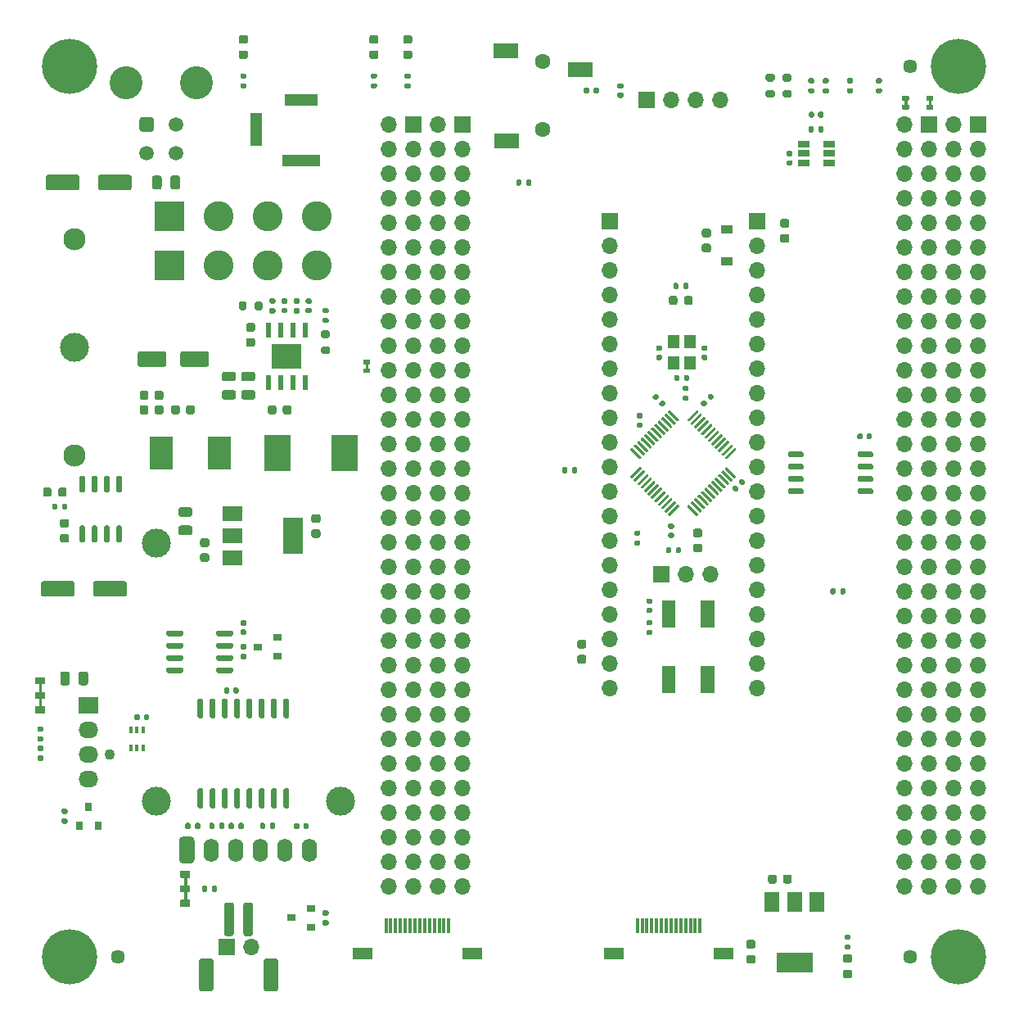
<source format=gbr>
%TF.GenerationSoftware,KiCad,Pcbnew,5.1.9-73d0e3b20d~88~ubuntu18.04.1*%
%TF.CreationDate,2020-12-31T09:15:49+01:00*%
%TF.ProjectId,frontpanel_dev_adapter,66726f6e-7470-4616-9e65-6c5f6465765f,r0.1*%
%TF.SameCoordinates,PX2faf080PY2faf080*%
%TF.FileFunction,Soldermask,Top*%
%TF.FilePolarity,Negative*%
%FSLAX46Y46*%
G04 Gerber Fmt 4.6, Leading zero omitted, Abs format (unit mm)*
G04 Created by KiCad (PCBNEW 5.1.9-73d0e3b20d~88~ubuntu18.04.1) date 2020-12-31 09:15:49*
%MOMM*%
%LPD*%
G01*
G04 APERTURE LIST*
%ADD10C,0.100000*%
%ADD11C,3.100000*%
%ADD12R,3.100000X3.100000*%
%ADD13O,1.700000X1.700000*%
%ADD14R,1.700000X1.700000*%
%ADD15C,1.448000*%
%ADD16R,2.600000X1.500000*%
%ADD17C,1.600000*%
%ADD18R,0.800000X0.900000*%
%ADD19R,0.900000X0.800000*%
%ADD20R,0.400000X0.650000*%
%ADD21C,5.700000*%
%ADD22R,1.200000X0.900000*%
%ADD23R,1.200000X1.400000*%
%ADD24R,1.220000X0.650000*%
%ADD25R,2.000000X1.500000*%
%ADD26R,2.000000X3.800000*%
%ADD27R,1.500000X2.000000*%
%ADD28R,3.800000X2.000000*%
%ADD29R,0.600000X1.550000*%
%ADD30R,3.100000X2.600000*%
%ADD31O,1.600000X2.400000*%
%ADD32C,3.000000*%
%ADD33C,1.100000*%
%ADD34O,2.030000X1.730000*%
%ADD35R,2.030000X1.730000*%
%ADD36R,2.350000X3.500000*%
%ADD37R,2.000000X1.300000*%
%ADD38R,0.300000X1.500000*%
%ADD39C,1.500000*%
%ADD40C,3.410000*%
%ADD41R,1.300000X3.500000*%
%ADD42R,4.000000X1.300000*%
%ADD43R,3.500000X1.300000*%
%ADD44C,2.300000*%
%ADD45R,2.750000X3.800000*%
G04 APERTURE END LIST*
D10*
%TO.C,JP606*%
G36*
X34850000Y-34800000D02*
G01*
X34850000Y-35200000D01*
X34650000Y-35200000D01*
X34650000Y-34800000D01*
X34850000Y-34800000D01*
G37*
X34850000Y-34800000D02*
X34850000Y-35200000D01*
X34650000Y-35200000D01*
X34650000Y-34800000D01*
X34850000Y-34800000D01*
%TO.C,JP605*%
G36*
X90600000Y-7550000D02*
G01*
X90600000Y-7950000D01*
X90400000Y-7950000D01*
X90400000Y-7550000D01*
X90600000Y-7550000D01*
G37*
X90600000Y-7550000D02*
X90600000Y-7950000D01*
X90400000Y-7950000D01*
X90400000Y-7550000D01*
X90600000Y-7550000D01*
%TO.C,JP604*%
G36*
X92900000Y-7950000D02*
G01*
X92900000Y-7550000D01*
X93100000Y-7550000D01*
X93100000Y-7950000D01*
X92900000Y-7950000D01*
G37*
X92900000Y-7950000D02*
X92900000Y-7550000D01*
X93100000Y-7550000D01*
X93100000Y-7950000D01*
X92900000Y-7950000D01*
%TO.C,JP401*%
G36*
X1100000Y-69300000D02*
G01*
X1100000Y-70200000D01*
X900000Y-70200000D01*
X900000Y-69300000D01*
X1100000Y-69300000D01*
G37*
X1100000Y-69300000D02*
X1100000Y-70200000D01*
X900000Y-70200000D01*
X900000Y-69300000D01*
X1100000Y-69300000D01*
G36*
X1100000Y-67800000D02*
G01*
X1100000Y-68700000D01*
X900000Y-68700000D01*
X900000Y-67800000D01*
X1100000Y-67800000D01*
G37*
X1100000Y-67800000D02*
X1100000Y-68700000D01*
X900000Y-68700000D01*
X900000Y-67800000D01*
X1100000Y-67800000D01*
%TO.C,JP301*%
G36*
X16100000Y-89300000D02*
G01*
X16100000Y-90200000D01*
X15900000Y-90200000D01*
X15900000Y-89300000D01*
X16100000Y-89300000D01*
G37*
X16100000Y-89300000D02*
X16100000Y-90200000D01*
X15900000Y-90200000D01*
X15900000Y-89300000D01*
X16100000Y-89300000D01*
G36*
X16100000Y-87800000D02*
G01*
X16100000Y-88700000D01*
X15900000Y-88700000D01*
X15900000Y-87800000D01*
X16100000Y-87800000D01*
G37*
X16100000Y-87800000D02*
X16100000Y-88700000D01*
X15900000Y-88700000D01*
X15900000Y-87800000D01*
X16100000Y-87800000D01*
%TD*%
%TO.C,C401*%
G36*
G01*
X4050000Y-66775000D02*
X4050000Y-67725000D01*
G75*
G02*
X3800000Y-67975000I-250000J0D01*
G01*
X3300000Y-67975000D01*
G75*
G02*
X3050000Y-67725000I0J250000D01*
G01*
X3050000Y-66775000D01*
G75*
G02*
X3300000Y-66525000I250000J0D01*
G01*
X3800000Y-66525000D01*
G75*
G02*
X4050000Y-66775000I0J-250000D01*
G01*
G37*
G36*
G01*
X5950000Y-66775000D02*
X5950000Y-67725000D01*
G75*
G02*
X5700000Y-67975000I-250000J0D01*
G01*
X5200000Y-67975000D01*
G75*
G02*
X4950000Y-67725000I0J250000D01*
G01*
X4950000Y-66775000D01*
G75*
G02*
X5200000Y-66525000I250000J0D01*
G01*
X5700000Y-66525000D01*
G75*
G02*
X5950000Y-66775000I0J-250000D01*
G01*
G37*
%TD*%
%TO.C,C217*%
G36*
G01*
X14450000Y-16475000D02*
X14450000Y-15525000D01*
G75*
G02*
X14700000Y-15275000I250000J0D01*
G01*
X15200000Y-15275000D01*
G75*
G02*
X15450000Y-15525000I0J-250000D01*
G01*
X15450000Y-16475000D01*
G75*
G02*
X15200000Y-16725000I-250000J0D01*
G01*
X14700000Y-16725000D01*
G75*
G02*
X14450000Y-16475000I0J250000D01*
G01*
G37*
G36*
G01*
X12550000Y-16475000D02*
X12550000Y-15525000D01*
G75*
G02*
X12800000Y-15275000I250000J0D01*
G01*
X13300000Y-15275000D01*
G75*
G02*
X13550000Y-15525000I0J-250000D01*
G01*
X13550000Y-16475000D01*
G75*
G02*
X13300000Y-16725000I-250000J0D01*
G01*
X12800000Y-16725000D01*
G75*
G02*
X12550000Y-16475000I0J250000D01*
G01*
G37*
%TD*%
%TO.C,C215*%
G36*
G01*
X15525000Y-51450000D02*
X16475000Y-51450000D01*
G75*
G02*
X16725000Y-51700000I0J-250000D01*
G01*
X16725000Y-52200000D01*
G75*
G02*
X16475000Y-52450000I-250000J0D01*
G01*
X15525000Y-52450000D01*
G75*
G02*
X15275000Y-52200000I0J250000D01*
G01*
X15275000Y-51700000D01*
G75*
G02*
X15525000Y-51450000I250000J0D01*
G01*
G37*
G36*
G01*
X15525000Y-49550000D02*
X16475000Y-49550000D01*
G75*
G02*
X16725000Y-49800000I0J-250000D01*
G01*
X16725000Y-50300000D01*
G75*
G02*
X16475000Y-50550000I-250000J0D01*
G01*
X15525000Y-50550000D01*
G75*
G02*
X15275000Y-50300000I0J250000D01*
G01*
X15275000Y-49800000D01*
G75*
G02*
X15525000Y-49550000I250000J0D01*
G01*
G37*
%TD*%
D11*
%TO.C,J202*%
X29620000Y-24540000D03*
X29620000Y-19460000D03*
X24540000Y-24540000D03*
X24540000Y-19460000D03*
X19460000Y-19460000D03*
X19460000Y-24540000D03*
D12*
X14380000Y-19460000D03*
X14380000Y-24540000D03*
%TD*%
D13*
%TO.C,J304*%
X22790000Y-95000000D03*
D14*
X20250000Y-95000000D03*
%TD*%
D15*
%TO.C,M103*%
X91000000Y-4000000D03*
%TD*%
%TO.C,M102*%
X91000000Y-96000000D03*
%TD*%
%TO.C,M101*%
X9000000Y-96000000D03*
%TD*%
D16*
%TO.C,J504*%
X49150000Y-2400000D03*
X56850000Y-4300000D03*
X49250000Y-11700000D03*
D17*
X53000000Y-3500000D03*
X53000000Y-10500000D03*
%TD*%
%TO.C,C517*%
G36*
G01*
X20950000Y-68670000D02*
X20950000Y-68330000D01*
G75*
G02*
X21090000Y-68190000I140000J0D01*
G01*
X21370000Y-68190000D01*
G75*
G02*
X21510000Y-68330000I0J-140000D01*
G01*
X21510000Y-68670000D01*
G75*
G02*
X21370000Y-68810000I-140000J0D01*
G01*
X21090000Y-68810000D01*
G75*
G02*
X20950000Y-68670000I0J140000D01*
G01*
G37*
G36*
G01*
X19990000Y-68670000D02*
X19990000Y-68330000D01*
G75*
G02*
X20130000Y-68190000I140000J0D01*
G01*
X20410000Y-68190000D01*
G75*
G02*
X20550000Y-68330000I0J-140000D01*
G01*
X20550000Y-68670000D01*
G75*
G02*
X20410000Y-68810000I-140000J0D01*
G01*
X20130000Y-68810000D01*
G75*
G02*
X19990000Y-68670000I0J140000D01*
G01*
G37*
%TD*%
%TO.C,U504*%
G36*
G01*
X17705000Y-71375000D02*
X17405000Y-71375000D01*
G75*
G02*
X17255000Y-71225000I0J150000D01*
G01*
X17255000Y-69475000D01*
G75*
G02*
X17405000Y-69325000I150000J0D01*
G01*
X17705000Y-69325000D01*
G75*
G02*
X17855000Y-69475000I0J-150000D01*
G01*
X17855000Y-71225000D01*
G75*
G02*
X17705000Y-71375000I-150000J0D01*
G01*
G37*
G36*
G01*
X18975000Y-71375000D02*
X18675000Y-71375000D01*
G75*
G02*
X18525000Y-71225000I0J150000D01*
G01*
X18525000Y-69475000D01*
G75*
G02*
X18675000Y-69325000I150000J0D01*
G01*
X18975000Y-69325000D01*
G75*
G02*
X19125000Y-69475000I0J-150000D01*
G01*
X19125000Y-71225000D01*
G75*
G02*
X18975000Y-71375000I-150000J0D01*
G01*
G37*
G36*
G01*
X20245000Y-71375000D02*
X19945000Y-71375000D01*
G75*
G02*
X19795000Y-71225000I0J150000D01*
G01*
X19795000Y-69475000D01*
G75*
G02*
X19945000Y-69325000I150000J0D01*
G01*
X20245000Y-69325000D01*
G75*
G02*
X20395000Y-69475000I0J-150000D01*
G01*
X20395000Y-71225000D01*
G75*
G02*
X20245000Y-71375000I-150000J0D01*
G01*
G37*
G36*
G01*
X21515000Y-71375000D02*
X21215000Y-71375000D01*
G75*
G02*
X21065000Y-71225000I0J150000D01*
G01*
X21065000Y-69475000D01*
G75*
G02*
X21215000Y-69325000I150000J0D01*
G01*
X21515000Y-69325000D01*
G75*
G02*
X21665000Y-69475000I0J-150000D01*
G01*
X21665000Y-71225000D01*
G75*
G02*
X21515000Y-71375000I-150000J0D01*
G01*
G37*
G36*
G01*
X22785000Y-71375000D02*
X22485000Y-71375000D01*
G75*
G02*
X22335000Y-71225000I0J150000D01*
G01*
X22335000Y-69475000D01*
G75*
G02*
X22485000Y-69325000I150000J0D01*
G01*
X22785000Y-69325000D01*
G75*
G02*
X22935000Y-69475000I0J-150000D01*
G01*
X22935000Y-71225000D01*
G75*
G02*
X22785000Y-71375000I-150000J0D01*
G01*
G37*
G36*
G01*
X24055000Y-71375000D02*
X23755000Y-71375000D01*
G75*
G02*
X23605000Y-71225000I0J150000D01*
G01*
X23605000Y-69475000D01*
G75*
G02*
X23755000Y-69325000I150000J0D01*
G01*
X24055000Y-69325000D01*
G75*
G02*
X24205000Y-69475000I0J-150000D01*
G01*
X24205000Y-71225000D01*
G75*
G02*
X24055000Y-71375000I-150000J0D01*
G01*
G37*
G36*
G01*
X25325000Y-71375000D02*
X25025000Y-71375000D01*
G75*
G02*
X24875000Y-71225000I0J150000D01*
G01*
X24875000Y-69475000D01*
G75*
G02*
X25025000Y-69325000I150000J0D01*
G01*
X25325000Y-69325000D01*
G75*
G02*
X25475000Y-69475000I0J-150000D01*
G01*
X25475000Y-71225000D01*
G75*
G02*
X25325000Y-71375000I-150000J0D01*
G01*
G37*
G36*
G01*
X26595000Y-71375000D02*
X26295000Y-71375000D01*
G75*
G02*
X26145000Y-71225000I0J150000D01*
G01*
X26145000Y-69475000D01*
G75*
G02*
X26295000Y-69325000I150000J0D01*
G01*
X26595000Y-69325000D01*
G75*
G02*
X26745000Y-69475000I0J-150000D01*
G01*
X26745000Y-71225000D01*
G75*
G02*
X26595000Y-71375000I-150000J0D01*
G01*
G37*
G36*
G01*
X26595000Y-80675000D02*
X26295000Y-80675000D01*
G75*
G02*
X26145000Y-80525000I0J150000D01*
G01*
X26145000Y-78775000D01*
G75*
G02*
X26295000Y-78625000I150000J0D01*
G01*
X26595000Y-78625000D01*
G75*
G02*
X26745000Y-78775000I0J-150000D01*
G01*
X26745000Y-80525000D01*
G75*
G02*
X26595000Y-80675000I-150000J0D01*
G01*
G37*
G36*
G01*
X25325000Y-80675000D02*
X25025000Y-80675000D01*
G75*
G02*
X24875000Y-80525000I0J150000D01*
G01*
X24875000Y-78775000D01*
G75*
G02*
X25025000Y-78625000I150000J0D01*
G01*
X25325000Y-78625000D01*
G75*
G02*
X25475000Y-78775000I0J-150000D01*
G01*
X25475000Y-80525000D01*
G75*
G02*
X25325000Y-80675000I-150000J0D01*
G01*
G37*
G36*
G01*
X24055000Y-80675000D02*
X23755000Y-80675000D01*
G75*
G02*
X23605000Y-80525000I0J150000D01*
G01*
X23605000Y-78775000D01*
G75*
G02*
X23755000Y-78625000I150000J0D01*
G01*
X24055000Y-78625000D01*
G75*
G02*
X24205000Y-78775000I0J-150000D01*
G01*
X24205000Y-80525000D01*
G75*
G02*
X24055000Y-80675000I-150000J0D01*
G01*
G37*
G36*
G01*
X22785000Y-80675000D02*
X22485000Y-80675000D01*
G75*
G02*
X22335000Y-80525000I0J150000D01*
G01*
X22335000Y-78775000D01*
G75*
G02*
X22485000Y-78625000I150000J0D01*
G01*
X22785000Y-78625000D01*
G75*
G02*
X22935000Y-78775000I0J-150000D01*
G01*
X22935000Y-80525000D01*
G75*
G02*
X22785000Y-80675000I-150000J0D01*
G01*
G37*
G36*
G01*
X21515000Y-80675000D02*
X21215000Y-80675000D01*
G75*
G02*
X21065000Y-80525000I0J150000D01*
G01*
X21065000Y-78775000D01*
G75*
G02*
X21215000Y-78625000I150000J0D01*
G01*
X21515000Y-78625000D01*
G75*
G02*
X21665000Y-78775000I0J-150000D01*
G01*
X21665000Y-80525000D01*
G75*
G02*
X21515000Y-80675000I-150000J0D01*
G01*
G37*
G36*
G01*
X20245000Y-80675000D02*
X19945000Y-80675000D01*
G75*
G02*
X19795000Y-80525000I0J150000D01*
G01*
X19795000Y-78775000D01*
G75*
G02*
X19945000Y-78625000I150000J0D01*
G01*
X20245000Y-78625000D01*
G75*
G02*
X20395000Y-78775000I0J-150000D01*
G01*
X20395000Y-80525000D01*
G75*
G02*
X20245000Y-80675000I-150000J0D01*
G01*
G37*
G36*
G01*
X18975000Y-80675000D02*
X18675000Y-80675000D01*
G75*
G02*
X18525000Y-80525000I0J150000D01*
G01*
X18525000Y-78775000D01*
G75*
G02*
X18675000Y-78625000I150000J0D01*
G01*
X18975000Y-78625000D01*
G75*
G02*
X19125000Y-78775000I0J-150000D01*
G01*
X19125000Y-80525000D01*
G75*
G02*
X18975000Y-80675000I-150000J0D01*
G01*
G37*
G36*
G01*
X17705000Y-80675000D02*
X17405000Y-80675000D01*
G75*
G02*
X17255000Y-80525000I0J150000D01*
G01*
X17255000Y-78775000D01*
G75*
G02*
X17405000Y-78625000I150000J0D01*
G01*
X17705000Y-78625000D01*
G75*
G02*
X17855000Y-78775000I0J-150000D01*
G01*
X17855000Y-80525000D01*
G75*
G02*
X17705000Y-80675000I-150000J0D01*
G01*
G37*
%TD*%
D18*
%TO.C,Q401*%
X6000000Y-80500000D03*
X6950000Y-82500000D03*
X5050000Y-82500000D03*
%TD*%
D19*
%TO.C,Q301*%
X27000000Y-92000000D03*
X29000000Y-91050000D03*
X29000000Y-92950000D03*
%TD*%
D20*
%TO.C,U401*%
X10350000Y-72550000D03*
X11650000Y-72550000D03*
X11000000Y-74450000D03*
X11000000Y-72550000D03*
X11650000Y-74450000D03*
X10350000Y-74450000D03*
%TD*%
%TO.C,C516*%
G36*
G01*
X77750000Y-21325000D02*
X78250000Y-21325000D01*
G75*
G02*
X78475000Y-21550000I0J-225000D01*
G01*
X78475000Y-22000000D01*
G75*
G02*
X78250000Y-22225000I-225000J0D01*
G01*
X77750000Y-22225000D01*
G75*
G02*
X77525000Y-22000000I0J225000D01*
G01*
X77525000Y-21550000D01*
G75*
G02*
X77750000Y-21325000I225000J0D01*
G01*
G37*
G36*
G01*
X77750000Y-19775000D02*
X78250000Y-19775000D01*
G75*
G02*
X78475000Y-20000000I0J-225000D01*
G01*
X78475000Y-20450000D01*
G75*
G02*
X78250000Y-20675000I-225000J0D01*
G01*
X77750000Y-20675000D01*
G75*
G02*
X77525000Y-20450000I0J225000D01*
G01*
X77525000Y-20000000D01*
G75*
G02*
X77750000Y-19775000I225000J0D01*
G01*
G37*
%TD*%
%TO.C,C505*%
G36*
G01*
X64170000Y-59550000D02*
X63830000Y-59550000D01*
G75*
G02*
X63690000Y-59410000I0J140000D01*
G01*
X63690000Y-59130000D01*
G75*
G02*
X63830000Y-58990000I140000J0D01*
G01*
X64170000Y-58990000D01*
G75*
G02*
X64310000Y-59130000I0J-140000D01*
G01*
X64310000Y-59410000D01*
G75*
G02*
X64170000Y-59550000I-140000J0D01*
G01*
G37*
G36*
G01*
X64170000Y-60510000D02*
X63830000Y-60510000D01*
G75*
G02*
X63690000Y-60370000I0J140000D01*
G01*
X63690000Y-60090000D01*
G75*
G02*
X63830000Y-59950000I140000J0D01*
G01*
X64170000Y-59950000D01*
G75*
G02*
X64310000Y-60090000I0J-140000D01*
G01*
X64310000Y-60370000D01*
G75*
G02*
X64170000Y-60510000I-140000J0D01*
G01*
G37*
%TD*%
D13*
%TO.C,J505*%
X70330000Y-56500000D03*
X67790000Y-56500000D03*
D14*
X65250000Y-56500000D03*
%TD*%
%TO.C,R514*%
G36*
G01*
X67935000Y-37560000D02*
X67565000Y-37560000D01*
G75*
G02*
X67430000Y-37425000I0J135000D01*
G01*
X67430000Y-37155000D01*
G75*
G02*
X67565000Y-37020000I135000J0D01*
G01*
X67935000Y-37020000D01*
G75*
G02*
X68070000Y-37155000I0J-135000D01*
G01*
X68070000Y-37425000D01*
G75*
G02*
X67935000Y-37560000I-135000J0D01*
G01*
G37*
G36*
G01*
X67935000Y-38580000D02*
X67565000Y-38580000D01*
G75*
G02*
X67430000Y-38445000I0J135000D01*
G01*
X67430000Y-38175000D01*
G75*
G02*
X67565000Y-38040000I135000J0D01*
G01*
X67935000Y-38040000D01*
G75*
G02*
X68070000Y-38175000I0J-135000D01*
G01*
X68070000Y-38445000D01*
G75*
G02*
X67935000Y-38580000I-135000J0D01*
G01*
G37*
%TD*%
%TO.C,R513*%
G36*
G01*
X66260000Y-53815000D02*
X66260000Y-54185000D01*
G75*
G02*
X66125000Y-54320000I-135000J0D01*
G01*
X65855000Y-54320000D01*
G75*
G02*
X65720000Y-54185000I0J135000D01*
G01*
X65720000Y-53815000D01*
G75*
G02*
X65855000Y-53680000I135000J0D01*
G01*
X66125000Y-53680000D01*
G75*
G02*
X66260000Y-53815000I0J-135000D01*
G01*
G37*
G36*
G01*
X67280000Y-53815000D02*
X67280000Y-54185000D01*
G75*
G02*
X67145000Y-54320000I-135000J0D01*
G01*
X66875000Y-54320000D01*
G75*
G02*
X66740000Y-54185000I0J135000D01*
G01*
X66740000Y-53815000D01*
G75*
G02*
X66875000Y-53680000I135000J0D01*
G01*
X67145000Y-53680000D01*
G75*
G02*
X67280000Y-53815000I0J-135000D01*
G01*
G37*
%TD*%
%TO.C,R512*%
G36*
G01*
X21815000Y-64740000D02*
X22185000Y-64740000D01*
G75*
G02*
X22320000Y-64875000I0J-135000D01*
G01*
X22320000Y-65145000D01*
G75*
G02*
X22185000Y-65280000I-135000J0D01*
G01*
X21815000Y-65280000D01*
G75*
G02*
X21680000Y-65145000I0J135000D01*
G01*
X21680000Y-64875000D01*
G75*
G02*
X21815000Y-64740000I135000J0D01*
G01*
G37*
G36*
G01*
X21815000Y-63720000D02*
X22185000Y-63720000D01*
G75*
G02*
X22320000Y-63855000I0J-135000D01*
G01*
X22320000Y-64125000D01*
G75*
G02*
X22185000Y-64260000I-135000J0D01*
G01*
X21815000Y-64260000D01*
G75*
G02*
X21680000Y-64125000I0J135000D01*
G01*
X21680000Y-63855000D01*
G75*
G02*
X21815000Y-63720000I135000J0D01*
G01*
G37*
%TD*%
%TO.C,R511*%
G36*
G01*
X21490000Y-82685000D02*
X21490000Y-82315000D01*
G75*
G02*
X21625000Y-82180000I135000J0D01*
G01*
X21895000Y-82180000D01*
G75*
G02*
X22030000Y-82315000I0J-135000D01*
G01*
X22030000Y-82685000D01*
G75*
G02*
X21895000Y-82820000I-135000J0D01*
G01*
X21625000Y-82820000D01*
G75*
G02*
X21490000Y-82685000I0J135000D01*
G01*
G37*
G36*
G01*
X20470000Y-82685000D02*
X20470000Y-82315000D01*
G75*
G02*
X20605000Y-82180000I135000J0D01*
G01*
X20875000Y-82180000D01*
G75*
G02*
X21010000Y-82315000I0J-135000D01*
G01*
X21010000Y-82685000D01*
G75*
G02*
X20875000Y-82820000I-135000J0D01*
G01*
X20605000Y-82820000D01*
G75*
G02*
X20470000Y-82685000I0J135000D01*
G01*
G37*
%TD*%
%TO.C,R510*%
G36*
G01*
X24260000Y-82315000D02*
X24260000Y-82685000D01*
G75*
G02*
X24125000Y-82820000I-135000J0D01*
G01*
X23855000Y-82820000D01*
G75*
G02*
X23720000Y-82685000I0J135000D01*
G01*
X23720000Y-82315000D01*
G75*
G02*
X23855000Y-82180000I135000J0D01*
G01*
X24125000Y-82180000D01*
G75*
G02*
X24260000Y-82315000I0J-135000D01*
G01*
G37*
G36*
G01*
X25280000Y-82315000D02*
X25280000Y-82685000D01*
G75*
G02*
X25145000Y-82820000I-135000J0D01*
G01*
X24875000Y-82820000D01*
G75*
G02*
X24740000Y-82685000I0J135000D01*
G01*
X24740000Y-82315000D01*
G75*
G02*
X24875000Y-82180000I135000J0D01*
G01*
X25145000Y-82180000D01*
G75*
G02*
X25280000Y-82315000I0J-135000D01*
G01*
G37*
%TD*%
%TO.C,R509*%
G36*
G01*
X16520000Y-82315000D02*
X16520000Y-82685000D01*
G75*
G02*
X16385000Y-82820000I-135000J0D01*
G01*
X16115000Y-82820000D01*
G75*
G02*
X15980000Y-82685000I0J135000D01*
G01*
X15980000Y-82315000D01*
G75*
G02*
X16115000Y-82180000I135000J0D01*
G01*
X16385000Y-82180000D01*
G75*
G02*
X16520000Y-82315000I0J-135000D01*
G01*
G37*
G36*
G01*
X17540000Y-82315000D02*
X17540000Y-82685000D01*
G75*
G02*
X17405000Y-82820000I-135000J0D01*
G01*
X17135000Y-82820000D01*
G75*
G02*
X17000000Y-82685000I0J135000D01*
G01*
X17000000Y-82315000D01*
G75*
G02*
X17135000Y-82180000I135000J0D01*
G01*
X17405000Y-82180000D01*
G75*
G02*
X17540000Y-82315000I0J-135000D01*
G01*
G37*
%TD*%
%TO.C,R508*%
G36*
G01*
X19010000Y-82315000D02*
X19010000Y-82685000D01*
G75*
G02*
X18875000Y-82820000I-135000J0D01*
G01*
X18605000Y-82820000D01*
G75*
G02*
X18470000Y-82685000I0J135000D01*
G01*
X18470000Y-82315000D01*
G75*
G02*
X18605000Y-82180000I135000J0D01*
G01*
X18875000Y-82180000D01*
G75*
G02*
X19010000Y-82315000I0J-135000D01*
G01*
G37*
G36*
G01*
X20030000Y-82315000D02*
X20030000Y-82685000D01*
G75*
G02*
X19895000Y-82820000I-135000J0D01*
G01*
X19625000Y-82820000D01*
G75*
G02*
X19490000Y-82685000I0J135000D01*
G01*
X19490000Y-82315000D01*
G75*
G02*
X19625000Y-82180000I135000J0D01*
G01*
X19895000Y-82180000D01*
G75*
G02*
X20030000Y-82315000I0J-135000D01*
G01*
G37*
%TD*%
%TO.C,R507*%
G36*
G01*
X50760000Y-15815000D02*
X50760000Y-16185000D01*
G75*
G02*
X50625000Y-16320000I-135000J0D01*
G01*
X50355000Y-16320000D01*
G75*
G02*
X50220000Y-16185000I0J135000D01*
G01*
X50220000Y-15815000D01*
G75*
G02*
X50355000Y-15680000I135000J0D01*
G01*
X50625000Y-15680000D01*
G75*
G02*
X50760000Y-15815000I0J-135000D01*
G01*
G37*
G36*
G01*
X51780000Y-15815000D02*
X51780000Y-16185000D01*
G75*
G02*
X51645000Y-16320000I-135000J0D01*
G01*
X51375000Y-16320000D01*
G75*
G02*
X51240000Y-16185000I0J135000D01*
G01*
X51240000Y-15815000D01*
G75*
G02*
X51375000Y-15680000I135000J0D01*
G01*
X51645000Y-15680000D01*
G75*
G02*
X51780000Y-15815000I0J-135000D01*
G01*
G37*
%TD*%
%TO.C,R506*%
G36*
G01*
X57760000Y-6315000D02*
X57760000Y-6685000D01*
G75*
G02*
X57625000Y-6820000I-135000J0D01*
G01*
X57355000Y-6820000D01*
G75*
G02*
X57220000Y-6685000I0J135000D01*
G01*
X57220000Y-6315000D01*
G75*
G02*
X57355000Y-6180000I135000J0D01*
G01*
X57625000Y-6180000D01*
G75*
G02*
X57760000Y-6315000I0J-135000D01*
G01*
G37*
G36*
G01*
X58780000Y-6315000D02*
X58780000Y-6685000D01*
G75*
G02*
X58645000Y-6820000I-135000J0D01*
G01*
X58375000Y-6820000D01*
G75*
G02*
X58240000Y-6685000I0J135000D01*
G01*
X58240000Y-6315000D01*
G75*
G02*
X58375000Y-6180000I135000J0D01*
G01*
X58645000Y-6180000D01*
G75*
G02*
X58780000Y-6315000I0J-135000D01*
G01*
G37*
%TD*%
%TO.C,R505*%
G36*
G01*
X67490000Y-26885000D02*
X67490000Y-26515000D01*
G75*
G02*
X67625000Y-26380000I135000J0D01*
G01*
X67895000Y-26380000D01*
G75*
G02*
X68030000Y-26515000I0J-135000D01*
G01*
X68030000Y-26885000D01*
G75*
G02*
X67895000Y-27020000I-135000J0D01*
G01*
X67625000Y-27020000D01*
G75*
G02*
X67490000Y-26885000I0J135000D01*
G01*
G37*
G36*
G01*
X66470000Y-26885000D02*
X66470000Y-26515000D01*
G75*
G02*
X66605000Y-26380000I135000J0D01*
G01*
X66875000Y-26380000D01*
G75*
G02*
X67010000Y-26515000I0J-135000D01*
G01*
X67010000Y-26885000D01*
G75*
G02*
X66875000Y-27020000I-135000J0D01*
G01*
X66605000Y-27020000D01*
G75*
G02*
X66470000Y-26885000I0J135000D01*
G01*
G37*
%TD*%
%TO.C,R504*%
G36*
G01*
X62565000Y-52990000D02*
X62935000Y-52990000D01*
G75*
G02*
X63070000Y-53125000I0J-135000D01*
G01*
X63070000Y-53395000D01*
G75*
G02*
X62935000Y-53530000I-135000J0D01*
G01*
X62565000Y-53530000D01*
G75*
G02*
X62430000Y-53395000I0J135000D01*
G01*
X62430000Y-53125000D01*
G75*
G02*
X62565000Y-52990000I135000J0D01*
G01*
G37*
G36*
G01*
X62565000Y-51970000D02*
X62935000Y-51970000D01*
G75*
G02*
X63070000Y-52105000I0J-135000D01*
G01*
X63070000Y-52375000D01*
G75*
G02*
X62935000Y-52510000I-135000J0D01*
G01*
X62565000Y-52510000D01*
G75*
G02*
X62430000Y-52375000I0J135000D01*
G01*
X62430000Y-52105000D01*
G75*
G02*
X62565000Y-51970000I135000J0D01*
G01*
G37*
%TD*%
%TO.C,R503*%
G36*
G01*
X67590000Y-36385000D02*
X67590000Y-36015000D01*
G75*
G02*
X67725000Y-35880000I135000J0D01*
G01*
X67995000Y-35880000D01*
G75*
G02*
X68130000Y-36015000I0J-135000D01*
G01*
X68130000Y-36385000D01*
G75*
G02*
X67995000Y-36520000I-135000J0D01*
G01*
X67725000Y-36520000D01*
G75*
G02*
X67590000Y-36385000I0J135000D01*
G01*
G37*
G36*
G01*
X66570000Y-36385000D02*
X66570000Y-36015000D01*
G75*
G02*
X66705000Y-35880000I135000J0D01*
G01*
X66975000Y-35880000D01*
G75*
G02*
X67110000Y-36015000I0J-135000D01*
G01*
X67110000Y-36385000D01*
G75*
G02*
X66975000Y-36520000I-135000J0D01*
G01*
X66705000Y-36520000D01*
G75*
G02*
X66570000Y-36385000I0J135000D01*
G01*
G37*
%TD*%
%TO.C,R502*%
G36*
G01*
X55510000Y-45565000D02*
X55510000Y-45935000D01*
G75*
G02*
X55375000Y-46070000I-135000J0D01*
G01*
X55105000Y-46070000D01*
G75*
G02*
X54970000Y-45935000I0J135000D01*
G01*
X54970000Y-45565000D01*
G75*
G02*
X55105000Y-45430000I135000J0D01*
G01*
X55375000Y-45430000D01*
G75*
G02*
X55510000Y-45565000I0J-135000D01*
G01*
G37*
G36*
G01*
X56530000Y-45565000D02*
X56530000Y-45935000D01*
G75*
G02*
X56395000Y-46070000I-135000J0D01*
G01*
X56125000Y-46070000D01*
G75*
G02*
X55990000Y-45935000I0J135000D01*
G01*
X55990000Y-45565000D01*
G75*
G02*
X56125000Y-45430000I135000J0D01*
G01*
X56395000Y-45430000D01*
G75*
G02*
X56530000Y-45565000I0J-135000D01*
G01*
G37*
%TD*%
%TO.C,R501*%
G36*
G01*
X64185000Y-61760000D02*
X63815000Y-61760000D01*
G75*
G02*
X63680000Y-61625000I0J135000D01*
G01*
X63680000Y-61355000D01*
G75*
G02*
X63815000Y-61220000I135000J0D01*
G01*
X64185000Y-61220000D01*
G75*
G02*
X64320000Y-61355000I0J-135000D01*
G01*
X64320000Y-61625000D01*
G75*
G02*
X64185000Y-61760000I-135000J0D01*
G01*
G37*
G36*
G01*
X64185000Y-62780000D02*
X63815000Y-62780000D01*
G75*
G02*
X63680000Y-62645000I0J135000D01*
G01*
X63680000Y-62375000D01*
G75*
G02*
X63815000Y-62240000I135000J0D01*
G01*
X64185000Y-62240000D01*
G75*
G02*
X64320000Y-62375000I0J-135000D01*
G01*
X64320000Y-62645000D01*
G75*
G02*
X64185000Y-62780000I-135000J0D01*
G01*
G37*
%TD*%
%TO.C,R403*%
G36*
G01*
X3315000Y-81740000D02*
X3685000Y-81740000D01*
G75*
G02*
X3820000Y-81875000I0J-135000D01*
G01*
X3820000Y-82145000D01*
G75*
G02*
X3685000Y-82280000I-135000J0D01*
G01*
X3315000Y-82280000D01*
G75*
G02*
X3180000Y-82145000I0J135000D01*
G01*
X3180000Y-81875000D01*
G75*
G02*
X3315000Y-81740000I135000J0D01*
G01*
G37*
G36*
G01*
X3315000Y-80720000D02*
X3685000Y-80720000D01*
G75*
G02*
X3820000Y-80855000I0J-135000D01*
G01*
X3820000Y-81125000D01*
G75*
G02*
X3685000Y-81260000I-135000J0D01*
G01*
X3315000Y-81260000D01*
G75*
G02*
X3180000Y-81125000I0J135000D01*
G01*
X3180000Y-80855000D01*
G75*
G02*
X3315000Y-80720000I135000J0D01*
G01*
G37*
%TD*%
%TO.C,R402*%
G36*
G01*
X1185000Y-74760000D02*
X815000Y-74760000D01*
G75*
G02*
X680000Y-74625000I0J135000D01*
G01*
X680000Y-74355000D01*
G75*
G02*
X815000Y-74220000I135000J0D01*
G01*
X1185000Y-74220000D01*
G75*
G02*
X1320000Y-74355000I0J-135000D01*
G01*
X1320000Y-74625000D01*
G75*
G02*
X1185000Y-74760000I-135000J0D01*
G01*
G37*
G36*
G01*
X1185000Y-75780000D02*
X815000Y-75780000D01*
G75*
G02*
X680000Y-75645000I0J135000D01*
G01*
X680000Y-75375000D01*
G75*
G02*
X815000Y-75240000I135000J0D01*
G01*
X1185000Y-75240000D01*
G75*
G02*
X1320000Y-75375000I0J-135000D01*
G01*
X1320000Y-75645000D01*
G75*
G02*
X1185000Y-75780000I-135000J0D01*
G01*
G37*
%TD*%
%TO.C,R401*%
G36*
G01*
X1185000Y-72760000D02*
X815000Y-72760000D01*
G75*
G02*
X680000Y-72625000I0J135000D01*
G01*
X680000Y-72355000D01*
G75*
G02*
X815000Y-72220000I135000J0D01*
G01*
X1185000Y-72220000D01*
G75*
G02*
X1320000Y-72355000I0J-135000D01*
G01*
X1320000Y-72625000D01*
G75*
G02*
X1185000Y-72760000I-135000J0D01*
G01*
G37*
G36*
G01*
X1185000Y-73780000D02*
X815000Y-73780000D01*
G75*
G02*
X680000Y-73645000I0J135000D01*
G01*
X680000Y-73375000D01*
G75*
G02*
X815000Y-73240000I135000J0D01*
G01*
X1185000Y-73240000D01*
G75*
G02*
X1320000Y-73375000I0J-135000D01*
G01*
X1320000Y-73645000D01*
G75*
G02*
X1185000Y-73780000I-135000J0D01*
G01*
G37*
%TD*%
%TO.C,R309*%
G36*
G01*
X30685000Y-91760000D02*
X30315000Y-91760000D01*
G75*
G02*
X30180000Y-91625000I0J135000D01*
G01*
X30180000Y-91355000D01*
G75*
G02*
X30315000Y-91220000I135000J0D01*
G01*
X30685000Y-91220000D01*
G75*
G02*
X30820000Y-91355000I0J-135000D01*
G01*
X30820000Y-91625000D01*
G75*
G02*
X30685000Y-91760000I-135000J0D01*
G01*
G37*
G36*
G01*
X30685000Y-92780000D02*
X30315000Y-92780000D01*
G75*
G02*
X30180000Y-92645000I0J135000D01*
G01*
X30180000Y-92375000D01*
G75*
G02*
X30315000Y-92240000I135000J0D01*
G01*
X30685000Y-92240000D01*
G75*
G02*
X30820000Y-92375000I0J-135000D01*
G01*
X30820000Y-92645000D01*
G75*
G02*
X30685000Y-92780000I-135000J0D01*
G01*
G37*
%TD*%
%TO.C,R308*%
G36*
G01*
X18740000Y-89185000D02*
X18740000Y-88815000D01*
G75*
G02*
X18875000Y-88680000I135000J0D01*
G01*
X19145000Y-88680000D01*
G75*
G02*
X19280000Y-88815000I0J-135000D01*
G01*
X19280000Y-89185000D01*
G75*
G02*
X19145000Y-89320000I-135000J0D01*
G01*
X18875000Y-89320000D01*
G75*
G02*
X18740000Y-89185000I0J135000D01*
G01*
G37*
G36*
G01*
X17720000Y-89185000D02*
X17720000Y-88815000D01*
G75*
G02*
X17855000Y-88680000I135000J0D01*
G01*
X18125000Y-88680000D01*
G75*
G02*
X18260000Y-88815000I0J-135000D01*
G01*
X18260000Y-89185000D01*
G75*
G02*
X18125000Y-89320000I-135000J0D01*
G01*
X17855000Y-89320000D01*
G75*
G02*
X17720000Y-89185000I0J135000D01*
G01*
G37*
%TD*%
%TO.C,R307*%
G36*
G01*
X81010000Y-10315000D02*
X81010000Y-10685000D01*
G75*
G02*
X80875000Y-10820000I-135000J0D01*
G01*
X80605000Y-10820000D01*
G75*
G02*
X80470000Y-10685000I0J135000D01*
G01*
X80470000Y-10315000D01*
G75*
G02*
X80605000Y-10180000I135000J0D01*
G01*
X80875000Y-10180000D01*
G75*
G02*
X81010000Y-10315000I0J-135000D01*
G01*
G37*
G36*
G01*
X82030000Y-10315000D02*
X82030000Y-10685000D01*
G75*
G02*
X81895000Y-10820000I-135000J0D01*
G01*
X81625000Y-10820000D01*
G75*
G02*
X81490000Y-10685000I0J135000D01*
G01*
X81490000Y-10315000D01*
G75*
G02*
X81625000Y-10180000I135000J0D01*
G01*
X81895000Y-10180000D01*
G75*
G02*
X82030000Y-10315000I0J-135000D01*
G01*
G37*
%TD*%
%TO.C,R306*%
G36*
G01*
X80565000Y-6240000D02*
X80935000Y-6240000D01*
G75*
G02*
X81070000Y-6375000I0J-135000D01*
G01*
X81070000Y-6645000D01*
G75*
G02*
X80935000Y-6780000I-135000J0D01*
G01*
X80565000Y-6780000D01*
G75*
G02*
X80430000Y-6645000I0J135000D01*
G01*
X80430000Y-6375000D01*
G75*
G02*
X80565000Y-6240000I135000J0D01*
G01*
G37*
G36*
G01*
X80565000Y-5220000D02*
X80935000Y-5220000D01*
G75*
G02*
X81070000Y-5355000I0J-135000D01*
G01*
X81070000Y-5625000D01*
G75*
G02*
X80935000Y-5760000I-135000J0D01*
G01*
X80565000Y-5760000D01*
G75*
G02*
X80430000Y-5625000I0J135000D01*
G01*
X80430000Y-5355000D01*
G75*
G02*
X80565000Y-5220000I135000J0D01*
G01*
G37*
%TD*%
%TO.C,R303*%
G36*
G01*
X84565000Y-6240000D02*
X84935000Y-6240000D01*
G75*
G02*
X85070000Y-6375000I0J-135000D01*
G01*
X85070000Y-6645000D01*
G75*
G02*
X84935000Y-6780000I-135000J0D01*
G01*
X84565000Y-6780000D01*
G75*
G02*
X84430000Y-6645000I0J135000D01*
G01*
X84430000Y-6375000D01*
G75*
G02*
X84565000Y-6240000I135000J0D01*
G01*
G37*
G36*
G01*
X84565000Y-5220000D02*
X84935000Y-5220000D01*
G75*
G02*
X85070000Y-5355000I0J-135000D01*
G01*
X85070000Y-5625000D01*
G75*
G02*
X84935000Y-5760000I-135000J0D01*
G01*
X84565000Y-5760000D01*
G75*
G02*
X84430000Y-5625000I0J135000D01*
G01*
X84430000Y-5355000D01*
G75*
G02*
X84565000Y-5220000I135000J0D01*
G01*
G37*
%TD*%
%TO.C,R302*%
G36*
G01*
X87565000Y-6240000D02*
X87935000Y-6240000D01*
G75*
G02*
X88070000Y-6375000I0J-135000D01*
G01*
X88070000Y-6645000D01*
G75*
G02*
X87935000Y-6780000I-135000J0D01*
G01*
X87565000Y-6780000D01*
G75*
G02*
X87430000Y-6645000I0J135000D01*
G01*
X87430000Y-6375000D01*
G75*
G02*
X87565000Y-6240000I135000J0D01*
G01*
G37*
G36*
G01*
X87565000Y-5220000D02*
X87935000Y-5220000D01*
G75*
G02*
X88070000Y-5355000I0J-135000D01*
G01*
X88070000Y-5625000D01*
G75*
G02*
X87935000Y-5760000I-135000J0D01*
G01*
X87565000Y-5760000D01*
G75*
G02*
X87430000Y-5625000I0J135000D01*
G01*
X87430000Y-5355000D01*
G75*
G02*
X87565000Y-5220000I135000J0D01*
G01*
G37*
%TD*%
%TO.C,R301*%
G36*
G01*
X82065000Y-6240000D02*
X82435000Y-6240000D01*
G75*
G02*
X82570000Y-6375000I0J-135000D01*
G01*
X82570000Y-6645000D01*
G75*
G02*
X82435000Y-6780000I-135000J0D01*
G01*
X82065000Y-6780000D01*
G75*
G02*
X81930000Y-6645000I0J135000D01*
G01*
X81930000Y-6375000D01*
G75*
G02*
X82065000Y-6240000I135000J0D01*
G01*
G37*
G36*
G01*
X82065000Y-5220000D02*
X82435000Y-5220000D01*
G75*
G02*
X82570000Y-5355000I0J-135000D01*
G01*
X82570000Y-5625000D01*
G75*
G02*
X82435000Y-5760000I-135000J0D01*
G01*
X82065000Y-5760000D01*
G75*
G02*
X81930000Y-5625000I0J135000D01*
G01*
X81930000Y-5355000D01*
G75*
G02*
X82065000Y-5220000I135000J0D01*
G01*
G37*
%TD*%
%TO.C,R210*%
G36*
G01*
X84315000Y-94740000D02*
X84685000Y-94740000D01*
G75*
G02*
X84820000Y-94875000I0J-135000D01*
G01*
X84820000Y-95145000D01*
G75*
G02*
X84685000Y-95280000I-135000J0D01*
G01*
X84315000Y-95280000D01*
G75*
G02*
X84180000Y-95145000I0J135000D01*
G01*
X84180000Y-94875000D01*
G75*
G02*
X84315000Y-94740000I135000J0D01*
G01*
G37*
G36*
G01*
X84315000Y-93720000D02*
X84685000Y-93720000D01*
G75*
G02*
X84820000Y-93855000I0J-135000D01*
G01*
X84820000Y-94125000D01*
G75*
G02*
X84685000Y-94260000I-135000J0D01*
G01*
X84315000Y-94260000D01*
G75*
G02*
X84180000Y-94125000I0J135000D01*
G01*
X84180000Y-93855000D01*
G75*
G02*
X84315000Y-93720000I135000J0D01*
G01*
G37*
%TD*%
%TO.C,R209*%
G36*
G01*
X39185000Y-5260000D02*
X38815000Y-5260000D01*
G75*
G02*
X38680000Y-5125000I0J135000D01*
G01*
X38680000Y-4855000D01*
G75*
G02*
X38815000Y-4720000I135000J0D01*
G01*
X39185000Y-4720000D01*
G75*
G02*
X39320000Y-4855000I0J-135000D01*
G01*
X39320000Y-5125000D01*
G75*
G02*
X39185000Y-5260000I-135000J0D01*
G01*
G37*
G36*
G01*
X39185000Y-6280000D02*
X38815000Y-6280000D01*
G75*
G02*
X38680000Y-6145000I0J135000D01*
G01*
X38680000Y-5875000D01*
G75*
G02*
X38815000Y-5740000I135000J0D01*
G01*
X39185000Y-5740000D01*
G75*
G02*
X39320000Y-5875000I0J-135000D01*
G01*
X39320000Y-6145000D01*
G75*
G02*
X39185000Y-6280000I-135000J0D01*
G01*
G37*
%TD*%
%TO.C,R208*%
G36*
G01*
X35685000Y-5260000D02*
X35315000Y-5260000D01*
G75*
G02*
X35180000Y-5125000I0J135000D01*
G01*
X35180000Y-4855000D01*
G75*
G02*
X35315000Y-4720000I135000J0D01*
G01*
X35685000Y-4720000D01*
G75*
G02*
X35820000Y-4855000I0J-135000D01*
G01*
X35820000Y-5125000D01*
G75*
G02*
X35685000Y-5260000I-135000J0D01*
G01*
G37*
G36*
G01*
X35685000Y-6280000D02*
X35315000Y-6280000D01*
G75*
G02*
X35180000Y-6145000I0J135000D01*
G01*
X35180000Y-5875000D01*
G75*
G02*
X35315000Y-5740000I135000J0D01*
G01*
X35685000Y-5740000D01*
G75*
G02*
X35820000Y-5875000I0J-135000D01*
G01*
X35820000Y-6145000D01*
G75*
G02*
X35685000Y-6280000I-135000J0D01*
G01*
G37*
%TD*%
%TO.C,R207*%
G36*
G01*
X2760000Y-49315000D02*
X2760000Y-49685000D01*
G75*
G02*
X2625000Y-49820000I-135000J0D01*
G01*
X2355000Y-49820000D01*
G75*
G02*
X2220000Y-49685000I0J135000D01*
G01*
X2220000Y-49315000D01*
G75*
G02*
X2355000Y-49180000I135000J0D01*
G01*
X2625000Y-49180000D01*
G75*
G02*
X2760000Y-49315000I0J-135000D01*
G01*
G37*
G36*
G01*
X3780000Y-49315000D02*
X3780000Y-49685000D01*
G75*
G02*
X3645000Y-49820000I-135000J0D01*
G01*
X3375000Y-49820000D01*
G75*
G02*
X3240000Y-49685000I0J135000D01*
G01*
X3240000Y-49315000D01*
G75*
G02*
X3375000Y-49180000I135000J0D01*
G01*
X3645000Y-49180000D01*
G75*
G02*
X3780000Y-49315000I0J-135000D01*
G01*
G37*
%TD*%
%TO.C,R206*%
G36*
G01*
X22185000Y-5260000D02*
X21815000Y-5260000D01*
G75*
G02*
X21680000Y-5125000I0J135000D01*
G01*
X21680000Y-4855000D01*
G75*
G02*
X21815000Y-4720000I135000J0D01*
G01*
X22185000Y-4720000D01*
G75*
G02*
X22320000Y-4855000I0J-135000D01*
G01*
X22320000Y-5125000D01*
G75*
G02*
X22185000Y-5260000I-135000J0D01*
G01*
G37*
G36*
G01*
X22185000Y-6280000D02*
X21815000Y-6280000D01*
G75*
G02*
X21680000Y-6145000I0J135000D01*
G01*
X21680000Y-5875000D01*
G75*
G02*
X21815000Y-5740000I135000J0D01*
G01*
X22185000Y-5740000D01*
G75*
G02*
X22320000Y-5875000I0J-135000D01*
G01*
X22320000Y-6145000D01*
G75*
G02*
X22185000Y-6280000I-135000J0D01*
G01*
G37*
%TD*%
%TO.C,R204*%
G36*
G01*
X27685000Y-28510000D02*
X27315000Y-28510000D01*
G75*
G02*
X27180000Y-28375000I0J135000D01*
G01*
X27180000Y-28105000D01*
G75*
G02*
X27315000Y-27970000I135000J0D01*
G01*
X27685000Y-27970000D01*
G75*
G02*
X27820000Y-28105000I0J-135000D01*
G01*
X27820000Y-28375000D01*
G75*
G02*
X27685000Y-28510000I-135000J0D01*
G01*
G37*
G36*
G01*
X27685000Y-29530000D02*
X27315000Y-29530000D01*
G75*
G02*
X27180000Y-29395000I0J135000D01*
G01*
X27180000Y-29125000D01*
G75*
G02*
X27315000Y-28990000I135000J0D01*
G01*
X27685000Y-28990000D01*
G75*
G02*
X27820000Y-29125000I0J-135000D01*
G01*
X27820000Y-29395000D01*
G75*
G02*
X27685000Y-29530000I-135000J0D01*
G01*
G37*
%TD*%
%TO.C,R203*%
G36*
G01*
X25185000Y-28510000D02*
X24815000Y-28510000D01*
G75*
G02*
X24680000Y-28375000I0J135000D01*
G01*
X24680000Y-28105000D01*
G75*
G02*
X24815000Y-27970000I135000J0D01*
G01*
X25185000Y-27970000D01*
G75*
G02*
X25320000Y-28105000I0J-135000D01*
G01*
X25320000Y-28375000D01*
G75*
G02*
X25185000Y-28510000I-135000J0D01*
G01*
G37*
G36*
G01*
X25185000Y-29530000D02*
X24815000Y-29530000D01*
G75*
G02*
X24680000Y-29395000I0J135000D01*
G01*
X24680000Y-29125000D01*
G75*
G02*
X24815000Y-28990000I135000J0D01*
G01*
X25185000Y-28990000D01*
G75*
G02*
X25320000Y-29125000I0J-135000D01*
G01*
X25320000Y-29395000D01*
G75*
G02*
X25185000Y-29530000I-135000J0D01*
G01*
G37*
%TD*%
%TO.C,R202*%
G36*
G01*
X30315000Y-29990000D02*
X30685000Y-29990000D01*
G75*
G02*
X30820000Y-30125000I0J-135000D01*
G01*
X30820000Y-30395000D01*
G75*
G02*
X30685000Y-30530000I-135000J0D01*
G01*
X30315000Y-30530000D01*
G75*
G02*
X30180000Y-30395000I0J135000D01*
G01*
X30180000Y-30125000D01*
G75*
G02*
X30315000Y-29990000I135000J0D01*
G01*
G37*
G36*
G01*
X30315000Y-28970000D02*
X30685000Y-28970000D01*
G75*
G02*
X30820000Y-29105000I0J-135000D01*
G01*
X30820000Y-29375000D01*
G75*
G02*
X30685000Y-29510000I-135000J0D01*
G01*
X30315000Y-29510000D01*
G75*
G02*
X30180000Y-29375000I0J135000D01*
G01*
X30180000Y-29105000D01*
G75*
G02*
X30315000Y-28970000I135000J0D01*
G01*
G37*
%TD*%
%TO.C,R101*%
G36*
G01*
X83260000Y-58065000D02*
X83260000Y-58435000D01*
G75*
G02*
X83125000Y-58570000I-135000J0D01*
G01*
X82855000Y-58570000D01*
G75*
G02*
X82720000Y-58435000I0J135000D01*
G01*
X82720000Y-58065000D01*
G75*
G02*
X82855000Y-57930000I135000J0D01*
G01*
X83125000Y-57930000D01*
G75*
G02*
X83260000Y-58065000I0J-135000D01*
G01*
G37*
G36*
G01*
X84280000Y-58065000D02*
X84280000Y-58435000D01*
G75*
G02*
X84145000Y-58570000I-135000J0D01*
G01*
X83875000Y-58570000D01*
G75*
G02*
X83740000Y-58435000I0J135000D01*
G01*
X83740000Y-58065000D01*
G75*
G02*
X83875000Y-57930000I135000J0D01*
G01*
X84145000Y-57930000D01*
G75*
G02*
X84280000Y-58065000I0J-135000D01*
G01*
G37*
%TD*%
%TO.C,Q201*%
G36*
G01*
X5495000Y-53200000D02*
X5195000Y-53200000D01*
G75*
G02*
X5045000Y-53050000I0J150000D01*
G01*
X5045000Y-51600000D01*
G75*
G02*
X5195000Y-51450000I150000J0D01*
G01*
X5495000Y-51450000D01*
G75*
G02*
X5645000Y-51600000I0J-150000D01*
G01*
X5645000Y-53050000D01*
G75*
G02*
X5495000Y-53200000I-150000J0D01*
G01*
G37*
G36*
G01*
X6765000Y-53200000D02*
X6465000Y-53200000D01*
G75*
G02*
X6315000Y-53050000I0J150000D01*
G01*
X6315000Y-51600000D01*
G75*
G02*
X6465000Y-51450000I150000J0D01*
G01*
X6765000Y-51450000D01*
G75*
G02*
X6915000Y-51600000I0J-150000D01*
G01*
X6915000Y-53050000D01*
G75*
G02*
X6765000Y-53200000I-150000J0D01*
G01*
G37*
G36*
G01*
X8035000Y-53200000D02*
X7735000Y-53200000D01*
G75*
G02*
X7585000Y-53050000I0J150000D01*
G01*
X7585000Y-51600000D01*
G75*
G02*
X7735000Y-51450000I150000J0D01*
G01*
X8035000Y-51450000D01*
G75*
G02*
X8185000Y-51600000I0J-150000D01*
G01*
X8185000Y-53050000D01*
G75*
G02*
X8035000Y-53200000I-150000J0D01*
G01*
G37*
G36*
G01*
X9305000Y-53200000D02*
X9005000Y-53200000D01*
G75*
G02*
X8855000Y-53050000I0J150000D01*
G01*
X8855000Y-51600000D01*
G75*
G02*
X9005000Y-51450000I150000J0D01*
G01*
X9305000Y-51450000D01*
G75*
G02*
X9455000Y-51600000I0J-150000D01*
G01*
X9455000Y-53050000D01*
G75*
G02*
X9305000Y-53200000I-150000J0D01*
G01*
G37*
G36*
G01*
X9305000Y-48050000D02*
X9005000Y-48050000D01*
G75*
G02*
X8855000Y-47900000I0J150000D01*
G01*
X8855000Y-46450000D01*
G75*
G02*
X9005000Y-46300000I150000J0D01*
G01*
X9305000Y-46300000D01*
G75*
G02*
X9455000Y-46450000I0J-150000D01*
G01*
X9455000Y-47900000D01*
G75*
G02*
X9305000Y-48050000I-150000J0D01*
G01*
G37*
G36*
G01*
X8035000Y-48050000D02*
X7735000Y-48050000D01*
G75*
G02*
X7585000Y-47900000I0J150000D01*
G01*
X7585000Y-46450000D01*
G75*
G02*
X7735000Y-46300000I150000J0D01*
G01*
X8035000Y-46300000D01*
G75*
G02*
X8185000Y-46450000I0J-150000D01*
G01*
X8185000Y-47900000D01*
G75*
G02*
X8035000Y-48050000I-150000J0D01*
G01*
G37*
G36*
G01*
X6765000Y-48050000D02*
X6465000Y-48050000D01*
G75*
G02*
X6315000Y-47900000I0J150000D01*
G01*
X6315000Y-46450000D01*
G75*
G02*
X6465000Y-46300000I150000J0D01*
G01*
X6765000Y-46300000D01*
G75*
G02*
X6915000Y-46450000I0J-150000D01*
G01*
X6915000Y-47900000D01*
G75*
G02*
X6765000Y-48050000I-150000J0D01*
G01*
G37*
G36*
G01*
X5495000Y-48050000D02*
X5195000Y-48050000D01*
G75*
G02*
X5045000Y-47900000I0J150000D01*
G01*
X5045000Y-46450000D01*
G75*
G02*
X5195000Y-46300000I150000J0D01*
G01*
X5495000Y-46300000D01*
G75*
G02*
X5645000Y-46450000I0J-150000D01*
G01*
X5645000Y-47900000D01*
G75*
G02*
X5495000Y-48050000I-150000J0D01*
G01*
G37*
%TD*%
%TO.C,C514*%
G36*
G01*
X22170000Y-61800000D02*
X21830000Y-61800000D01*
G75*
G02*
X21690000Y-61660000I0J140000D01*
G01*
X21690000Y-61380000D01*
G75*
G02*
X21830000Y-61240000I140000J0D01*
G01*
X22170000Y-61240000D01*
G75*
G02*
X22310000Y-61380000I0J-140000D01*
G01*
X22310000Y-61660000D01*
G75*
G02*
X22170000Y-61800000I-140000J0D01*
G01*
G37*
G36*
G01*
X22170000Y-62760000D02*
X21830000Y-62760000D01*
G75*
G02*
X21690000Y-62620000I0J140000D01*
G01*
X21690000Y-62340000D01*
G75*
G02*
X21830000Y-62200000I140000J0D01*
G01*
X22170000Y-62200000D01*
G75*
G02*
X22310000Y-62340000I0J-140000D01*
G01*
X22310000Y-62620000D01*
G75*
G02*
X22170000Y-62760000I-140000J0D01*
G01*
G37*
%TD*%
%TO.C,C513*%
G36*
G01*
X28200000Y-82670000D02*
X28200000Y-82330000D01*
G75*
G02*
X28340000Y-82190000I140000J0D01*
G01*
X28620000Y-82190000D01*
G75*
G02*
X28760000Y-82330000I0J-140000D01*
G01*
X28760000Y-82670000D01*
G75*
G02*
X28620000Y-82810000I-140000J0D01*
G01*
X28340000Y-82810000D01*
G75*
G02*
X28200000Y-82670000I0J140000D01*
G01*
G37*
G36*
G01*
X27240000Y-82670000D02*
X27240000Y-82330000D01*
G75*
G02*
X27380000Y-82190000I140000J0D01*
G01*
X27660000Y-82190000D01*
G75*
G02*
X27800000Y-82330000I0J-140000D01*
G01*
X27800000Y-82670000D01*
G75*
G02*
X27660000Y-82810000I-140000J0D01*
G01*
X27380000Y-82810000D01*
G75*
G02*
X27240000Y-82670000I0J140000D01*
G01*
G37*
%TD*%
%TO.C,C512*%
G36*
G01*
X86050000Y-42080000D02*
X86050000Y-42420000D01*
G75*
G02*
X85910000Y-42560000I-140000J0D01*
G01*
X85630000Y-42560000D01*
G75*
G02*
X85490000Y-42420000I0J140000D01*
G01*
X85490000Y-42080000D01*
G75*
G02*
X85630000Y-41940000I140000J0D01*
G01*
X85910000Y-41940000D01*
G75*
G02*
X86050000Y-42080000I0J-140000D01*
G01*
G37*
G36*
G01*
X87010000Y-42080000D02*
X87010000Y-42420000D01*
G75*
G02*
X86870000Y-42560000I-140000J0D01*
G01*
X86590000Y-42560000D01*
G75*
G02*
X86450000Y-42420000I0J140000D01*
G01*
X86450000Y-42080000D01*
G75*
G02*
X86590000Y-41940000I140000J0D01*
G01*
X86870000Y-41940000D01*
G75*
G02*
X87010000Y-42080000I0J-140000D01*
G01*
G37*
%TD*%
%TO.C,C511*%
G36*
G01*
X61170000Y-6300000D02*
X60830000Y-6300000D01*
G75*
G02*
X60690000Y-6160000I0J140000D01*
G01*
X60690000Y-5880000D01*
G75*
G02*
X60830000Y-5740000I140000J0D01*
G01*
X61170000Y-5740000D01*
G75*
G02*
X61310000Y-5880000I0J-140000D01*
G01*
X61310000Y-6160000D01*
G75*
G02*
X61170000Y-6300000I-140000J0D01*
G01*
G37*
G36*
G01*
X61170000Y-7260000D02*
X60830000Y-7260000D01*
G75*
G02*
X60690000Y-7120000I0J140000D01*
G01*
X60690000Y-6840000D01*
G75*
G02*
X60830000Y-6700000I140000J0D01*
G01*
X61170000Y-6700000D01*
G75*
G02*
X61310000Y-6840000I0J-140000D01*
G01*
X61310000Y-7120000D01*
G75*
G02*
X61170000Y-7260000I-140000J0D01*
G01*
G37*
%TD*%
%TO.C,C508*%
G36*
G01*
X69870000Y-33400000D02*
X69530000Y-33400000D01*
G75*
G02*
X69390000Y-33260000I0J140000D01*
G01*
X69390000Y-32980000D01*
G75*
G02*
X69530000Y-32840000I140000J0D01*
G01*
X69870000Y-32840000D01*
G75*
G02*
X70010000Y-32980000I0J-140000D01*
G01*
X70010000Y-33260000D01*
G75*
G02*
X69870000Y-33400000I-140000J0D01*
G01*
G37*
G36*
G01*
X69870000Y-34360000D02*
X69530000Y-34360000D01*
G75*
G02*
X69390000Y-34220000I0J140000D01*
G01*
X69390000Y-33940000D01*
G75*
G02*
X69530000Y-33800000I140000J0D01*
G01*
X69870000Y-33800000D01*
G75*
G02*
X70010000Y-33940000I0J-140000D01*
G01*
X70010000Y-34220000D01*
G75*
G02*
X69870000Y-34360000I-140000J0D01*
G01*
G37*
%TD*%
%TO.C,C506*%
G36*
G01*
X64830000Y-33800000D02*
X65170000Y-33800000D01*
G75*
G02*
X65310000Y-33940000I0J-140000D01*
G01*
X65310000Y-34220000D01*
G75*
G02*
X65170000Y-34360000I-140000J0D01*
G01*
X64830000Y-34360000D01*
G75*
G02*
X64690000Y-34220000I0J140000D01*
G01*
X64690000Y-33940000D01*
G75*
G02*
X64830000Y-33800000I140000J0D01*
G01*
G37*
G36*
G01*
X64830000Y-32840000D02*
X65170000Y-32840000D01*
G75*
G02*
X65310000Y-32980000I0J-140000D01*
G01*
X65310000Y-33260000D01*
G75*
G02*
X65170000Y-33400000I-140000J0D01*
G01*
X64830000Y-33400000D01*
G75*
G02*
X64690000Y-33260000I0J140000D01*
G01*
X64690000Y-32980000D01*
G75*
G02*
X64830000Y-32840000I140000J0D01*
G01*
G37*
%TD*%
%TO.C,C402*%
G36*
G01*
X11300000Y-71080000D02*
X11300000Y-71420000D01*
G75*
G02*
X11160000Y-71560000I-140000J0D01*
G01*
X10880000Y-71560000D01*
G75*
G02*
X10740000Y-71420000I0J140000D01*
G01*
X10740000Y-71080000D01*
G75*
G02*
X10880000Y-70940000I140000J0D01*
G01*
X11160000Y-70940000D01*
G75*
G02*
X11300000Y-71080000I0J-140000D01*
G01*
G37*
G36*
G01*
X12260000Y-71080000D02*
X12260000Y-71420000D01*
G75*
G02*
X12120000Y-71560000I-140000J0D01*
G01*
X11840000Y-71560000D01*
G75*
G02*
X11700000Y-71420000I0J140000D01*
G01*
X11700000Y-71080000D01*
G75*
G02*
X11840000Y-70940000I140000J0D01*
G01*
X12120000Y-70940000D01*
G75*
G02*
X12260000Y-71080000I0J-140000D01*
G01*
G37*
%TD*%
%TO.C,C302*%
G36*
G01*
X81450000Y-9170000D02*
X81450000Y-8830000D01*
G75*
G02*
X81590000Y-8690000I140000J0D01*
G01*
X81870000Y-8690000D01*
G75*
G02*
X82010000Y-8830000I0J-140000D01*
G01*
X82010000Y-9170000D01*
G75*
G02*
X81870000Y-9310000I-140000J0D01*
G01*
X81590000Y-9310000D01*
G75*
G02*
X81450000Y-9170000I0J140000D01*
G01*
G37*
G36*
G01*
X80490000Y-9170000D02*
X80490000Y-8830000D01*
G75*
G02*
X80630000Y-8690000I140000J0D01*
G01*
X80910000Y-8690000D01*
G75*
G02*
X81050000Y-8830000I0J-140000D01*
G01*
X81050000Y-9170000D01*
G75*
G02*
X80910000Y-9310000I-140000J0D01*
G01*
X80630000Y-9310000D01*
G75*
G02*
X80490000Y-9170000I0J140000D01*
G01*
G37*
%TD*%
%TO.C,C301*%
G36*
G01*
X78670000Y-13300000D02*
X78330000Y-13300000D01*
G75*
G02*
X78190000Y-13160000I0J140000D01*
G01*
X78190000Y-12880000D01*
G75*
G02*
X78330000Y-12740000I140000J0D01*
G01*
X78670000Y-12740000D01*
G75*
G02*
X78810000Y-12880000I0J-140000D01*
G01*
X78810000Y-13160000D01*
G75*
G02*
X78670000Y-13300000I-140000J0D01*
G01*
G37*
G36*
G01*
X78670000Y-14260000D02*
X78330000Y-14260000D01*
G75*
G02*
X78190000Y-14120000I0J140000D01*
G01*
X78190000Y-13840000D01*
G75*
G02*
X78330000Y-13700000I140000J0D01*
G01*
X78670000Y-13700000D01*
G75*
G02*
X78810000Y-13840000I0J-140000D01*
G01*
X78810000Y-14120000D01*
G75*
G02*
X78670000Y-14260000I-140000J0D01*
G01*
G37*
%TD*%
%TO.C,C208*%
G36*
G01*
X22500000Y-32075000D02*
X23000000Y-32075000D01*
G75*
G02*
X23225000Y-32300000I0J-225000D01*
G01*
X23225000Y-32750000D01*
G75*
G02*
X23000000Y-32975000I-225000J0D01*
G01*
X22500000Y-32975000D01*
G75*
G02*
X22275000Y-32750000I0J225000D01*
G01*
X22275000Y-32300000D01*
G75*
G02*
X22500000Y-32075000I225000J0D01*
G01*
G37*
G36*
G01*
X22500000Y-30525000D02*
X23000000Y-30525000D01*
G75*
G02*
X23225000Y-30750000I0J-225000D01*
G01*
X23225000Y-31200000D01*
G75*
G02*
X23000000Y-31425000I-225000J0D01*
G01*
X22500000Y-31425000D01*
G75*
G02*
X22275000Y-31200000I0J225000D01*
G01*
X22275000Y-30750000D01*
G75*
G02*
X22500000Y-30525000I225000J0D01*
G01*
G37*
%TD*%
%TO.C,C203*%
G36*
G01*
X20975000Y-36550000D02*
X20025000Y-36550000D01*
G75*
G02*
X19775000Y-36300000I0J250000D01*
G01*
X19775000Y-35800000D01*
G75*
G02*
X20025000Y-35550000I250000J0D01*
G01*
X20975000Y-35550000D01*
G75*
G02*
X21225000Y-35800000I0J-250000D01*
G01*
X21225000Y-36300000D01*
G75*
G02*
X20975000Y-36550000I-250000J0D01*
G01*
G37*
G36*
G01*
X20975000Y-38450000D02*
X20025000Y-38450000D01*
G75*
G02*
X19775000Y-38200000I0J250000D01*
G01*
X19775000Y-37700000D01*
G75*
G02*
X20025000Y-37450000I250000J0D01*
G01*
X20975000Y-37450000D01*
G75*
G02*
X21225000Y-37700000I0J-250000D01*
G01*
X21225000Y-38200000D01*
G75*
G02*
X20975000Y-38450000I-250000J0D01*
G01*
G37*
%TD*%
%TO.C,C202*%
G36*
G01*
X22975000Y-36550000D02*
X22025000Y-36550000D01*
G75*
G02*
X21775000Y-36300000I0J250000D01*
G01*
X21775000Y-35800000D01*
G75*
G02*
X22025000Y-35550000I250000J0D01*
G01*
X22975000Y-35550000D01*
G75*
G02*
X23225000Y-35800000I0J-250000D01*
G01*
X23225000Y-36300000D01*
G75*
G02*
X22975000Y-36550000I-250000J0D01*
G01*
G37*
G36*
G01*
X22975000Y-38450000D02*
X22025000Y-38450000D01*
G75*
G02*
X21775000Y-38200000I0J250000D01*
G01*
X21775000Y-37700000D01*
G75*
G02*
X22025000Y-37450000I250000J0D01*
G01*
X22975000Y-37450000D01*
G75*
G02*
X23225000Y-37700000I0J-250000D01*
G01*
X23225000Y-38200000D01*
G75*
G02*
X22975000Y-38450000I-250000J0D01*
G01*
G37*
%TD*%
D21*
%TO.C,H104*%
X96000000Y-96000000D03*
%TD*%
%TO.C,H103*%
X4000000Y-96000000D03*
%TD*%
%TO.C,H102*%
X96000000Y-4000000D03*
%TD*%
%TO.C,H101*%
X4000000Y-4000000D03*
%TD*%
%TO.C,JP606*%
G36*
G01*
X35050000Y-34800000D02*
X34450000Y-34800000D01*
G75*
G02*
X34400000Y-34750000I0J50000D01*
G01*
X34400000Y-34350000D01*
G75*
G02*
X34450000Y-34300000I50000J0D01*
G01*
X35050000Y-34300000D01*
G75*
G02*
X35100000Y-34350000I0J-50000D01*
G01*
X35100000Y-34750000D01*
G75*
G02*
X35050000Y-34800000I-50000J0D01*
G01*
G37*
G36*
G01*
X35050000Y-35700000D02*
X34450000Y-35700000D01*
G75*
G02*
X34400000Y-35650000I0J50000D01*
G01*
X34400000Y-35250000D01*
G75*
G02*
X34450000Y-35200000I50000J0D01*
G01*
X35050000Y-35200000D01*
G75*
G02*
X35100000Y-35250000I0J-50000D01*
G01*
X35100000Y-35650000D01*
G75*
G02*
X35050000Y-35700000I-50000J0D01*
G01*
G37*
%TD*%
%TO.C,JP605*%
G36*
G01*
X90800000Y-7550000D02*
X90200000Y-7550000D01*
G75*
G02*
X90150000Y-7500000I0J50000D01*
G01*
X90150000Y-7100000D01*
G75*
G02*
X90200000Y-7050000I50000J0D01*
G01*
X90800000Y-7050000D01*
G75*
G02*
X90850000Y-7100000I0J-50000D01*
G01*
X90850000Y-7500000D01*
G75*
G02*
X90800000Y-7550000I-50000J0D01*
G01*
G37*
G36*
G01*
X90800000Y-8450000D02*
X90200000Y-8450000D01*
G75*
G02*
X90150000Y-8400000I0J50000D01*
G01*
X90150000Y-8000000D01*
G75*
G02*
X90200000Y-7950000I50000J0D01*
G01*
X90800000Y-7950000D01*
G75*
G02*
X90850000Y-8000000I0J-50000D01*
G01*
X90850000Y-8400000D01*
G75*
G02*
X90800000Y-8450000I-50000J0D01*
G01*
G37*
%TD*%
%TO.C,JP604*%
G36*
G01*
X92700000Y-7950000D02*
X93300000Y-7950000D01*
G75*
G02*
X93350000Y-8000000I0J-50000D01*
G01*
X93350000Y-8400000D01*
G75*
G02*
X93300000Y-8450000I-50000J0D01*
G01*
X92700000Y-8450000D01*
G75*
G02*
X92650000Y-8400000I0J50000D01*
G01*
X92650000Y-8000000D01*
G75*
G02*
X92700000Y-7950000I50000J0D01*
G01*
G37*
G36*
G01*
X92700000Y-7050000D02*
X93300000Y-7050000D01*
G75*
G02*
X93350000Y-7100000I0J-50000D01*
G01*
X93350000Y-7500000D01*
G75*
G02*
X93300000Y-7550000I-50000J0D01*
G01*
X92700000Y-7550000D01*
G75*
G02*
X92650000Y-7500000I0J50000D01*
G01*
X92650000Y-7100000D01*
G75*
G02*
X92700000Y-7050000I50000J0D01*
G01*
G37*
%TD*%
D22*
%TO.C,D501*%
X72000000Y-24150000D03*
X72000000Y-20850000D03*
%TD*%
%TO.C,C515*%
G36*
G01*
X70261629Y-38478787D02*
X70021213Y-38238371D01*
G75*
G02*
X70021213Y-38040381I98995J98995D01*
G01*
X70219203Y-37842391D01*
G75*
G02*
X70417193Y-37842391I98995J-98995D01*
G01*
X70657609Y-38082807D01*
G75*
G02*
X70657609Y-38280797I-98995J-98995D01*
G01*
X70459619Y-38478787D01*
G75*
G02*
X70261629Y-38478787I-98995J98995D01*
G01*
G37*
G36*
G01*
X69582807Y-39157609D02*
X69342391Y-38917193D01*
G75*
G02*
X69342391Y-38719203I98995J98995D01*
G01*
X69540381Y-38521213D01*
G75*
G02*
X69738371Y-38521213I98995J-98995D01*
G01*
X69978787Y-38761629D01*
G75*
G02*
X69978787Y-38959619I-98995J-98995D01*
G01*
X69780797Y-39157609D01*
G75*
G02*
X69582807Y-39157609I-98995J98995D01*
G01*
G37*
%TD*%
%TO.C,C504*%
G36*
G01*
X72988371Y-47321213D02*
X73228787Y-47561629D01*
G75*
G02*
X73228787Y-47759619I-98995J-98995D01*
G01*
X73030797Y-47957609D01*
G75*
G02*
X72832807Y-47957609I-98995J98995D01*
G01*
X72592391Y-47717193D01*
G75*
G02*
X72592391Y-47519203I98995J98995D01*
G01*
X72790381Y-47321213D01*
G75*
G02*
X72988371Y-47321213I98995J-98995D01*
G01*
G37*
G36*
G01*
X73667193Y-46642391D02*
X73907609Y-46882807D01*
G75*
G02*
X73907609Y-47080797I-98995J-98995D01*
G01*
X73709619Y-47278787D01*
G75*
G02*
X73511629Y-47278787I-98995J98995D01*
G01*
X73271213Y-47038371D01*
G75*
G02*
X73271213Y-46840381I98995J98995D01*
G01*
X73469203Y-46642391D01*
G75*
G02*
X73667193Y-46642391I98995J-98995D01*
G01*
G37*
%TD*%
%TO.C,C503*%
G36*
G01*
X66080000Y-52200000D02*
X66420000Y-52200000D01*
G75*
G02*
X66560000Y-52340000I0J-140000D01*
G01*
X66560000Y-52620000D01*
G75*
G02*
X66420000Y-52760000I-140000J0D01*
G01*
X66080000Y-52760000D01*
G75*
G02*
X65940000Y-52620000I0J140000D01*
G01*
X65940000Y-52340000D01*
G75*
G02*
X66080000Y-52200000I140000J0D01*
G01*
G37*
G36*
G01*
X66080000Y-51240000D02*
X66420000Y-51240000D01*
G75*
G02*
X66560000Y-51380000I0J-140000D01*
G01*
X66560000Y-51660000D01*
G75*
G02*
X66420000Y-51800000I-140000J0D01*
G01*
X66080000Y-51800000D01*
G75*
G02*
X65940000Y-51660000I0J140000D01*
G01*
X65940000Y-51380000D01*
G75*
G02*
X66080000Y-51240000I140000J0D01*
G01*
G37*
%TD*%
%TO.C,C502*%
G36*
G01*
X63170000Y-40400000D02*
X62830000Y-40400000D01*
G75*
G02*
X62690000Y-40260000I0J140000D01*
G01*
X62690000Y-39980000D01*
G75*
G02*
X62830000Y-39840000I140000J0D01*
G01*
X63170000Y-39840000D01*
G75*
G02*
X63310000Y-39980000I0J-140000D01*
G01*
X63310000Y-40260000D01*
G75*
G02*
X63170000Y-40400000I-140000J0D01*
G01*
G37*
G36*
G01*
X63170000Y-41360000D02*
X62830000Y-41360000D01*
G75*
G02*
X62690000Y-41220000I0J140000D01*
G01*
X62690000Y-40940000D01*
G75*
G02*
X62830000Y-40800000I140000J0D01*
G01*
X63170000Y-40800000D01*
G75*
G02*
X63310000Y-40940000I0J-140000D01*
G01*
X63310000Y-41220000D01*
G75*
G02*
X63170000Y-41360000I-140000J0D01*
G01*
G37*
%TD*%
%TO.C,C501*%
G36*
G01*
X64978787Y-38238371D02*
X64738371Y-38478787D01*
G75*
G02*
X64540381Y-38478787I-98995J98995D01*
G01*
X64342391Y-38280797D01*
G75*
G02*
X64342391Y-38082807I98995J98995D01*
G01*
X64582807Y-37842391D01*
G75*
G02*
X64780797Y-37842391I98995J-98995D01*
G01*
X64978787Y-38040381D01*
G75*
G02*
X64978787Y-38238371I-98995J-98995D01*
G01*
G37*
G36*
G01*
X65657609Y-38917193D02*
X65417193Y-39157609D01*
G75*
G02*
X65219203Y-39157609I-98995J98995D01*
G01*
X65021213Y-38959619D01*
G75*
G02*
X65021213Y-38761629I98995J98995D01*
G01*
X65261629Y-38521213D01*
G75*
G02*
X65459619Y-38521213I98995J-98995D01*
G01*
X65657609Y-38719203D01*
G75*
G02*
X65657609Y-38917193I-98995J-98995D01*
G01*
G37*
%TD*%
D23*
%TO.C,Y501*%
X66500000Y-34650000D03*
X66500000Y-32450000D03*
X68200000Y-32450000D03*
X68200000Y-34650000D03*
%TD*%
%TO.C,U503*%
G36*
G01*
X19200000Y-62745000D02*
X19200000Y-62445000D01*
G75*
G02*
X19350000Y-62295000I150000J0D01*
G01*
X20800000Y-62295000D01*
G75*
G02*
X20950000Y-62445000I0J-150000D01*
G01*
X20950000Y-62745000D01*
G75*
G02*
X20800000Y-62895000I-150000J0D01*
G01*
X19350000Y-62895000D01*
G75*
G02*
X19200000Y-62745000I0J150000D01*
G01*
G37*
G36*
G01*
X19200000Y-64015000D02*
X19200000Y-63715000D01*
G75*
G02*
X19350000Y-63565000I150000J0D01*
G01*
X20800000Y-63565000D01*
G75*
G02*
X20950000Y-63715000I0J-150000D01*
G01*
X20950000Y-64015000D01*
G75*
G02*
X20800000Y-64165000I-150000J0D01*
G01*
X19350000Y-64165000D01*
G75*
G02*
X19200000Y-64015000I0J150000D01*
G01*
G37*
G36*
G01*
X19200000Y-65285000D02*
X19200000Y-64985000D01*
G75*
G02*
X19350000Y-64835000I150000J0D01*
G01*
X20800000Y-64835000D01*
G75*
G02*
X20950000Y-64985000I0J-150000D01*
G01*
X20950000Y-65285000D01*
G75*
G02*
X20800000Y-65435000I-150000J0D01*
G01*
X19350000Y-65435000D01*
G75*
G02*
X19200000Y-65285000I0J150000D01*
G01*
G37*
G36*
G01*
X19200000Y-66555000D02*
X19200000Y-66255000D01*
G75*
G02*
X19350000Y-66105000I150000J0D01*
G01*
X20800000Y-66105000D01*
G75*
G02*
X20950000Y-66255000I0J-150000D01*
G01*
X20950000Y-66555000D01*
G75*
G02*
X20800000Y-66705000I-150000J0D01*
G01*
X19350000Y-66705000D01*
G75*
G02*
X19200000Y-66555000I0J150000D01*
G01*
G37*
G36*
G01*
X14050000Y-66555000D02*
X14050000Y-66255000D01*
G75*
G02*
X14200000Y-66105000I150000J0D01*
G01*
X15650000Y-66105000D01*
G75*
G02*
X15800000Y-66255000I0J-150000D01*
G01*
X15800000Y-66555000D01*
G75*
G02*
X15650000Y-66705000I-150000J0D01*
G01*
X14200000Y-66705000D01*
G75*
G02*
X14050000Y-66555000I0J150000D01*
G01*
G37*
G36*
G01*
X14050000Y-65285000D02*
X14050000Y-64985000D01*
G75*
G02*
X14200000Y-64835000I150000J0D01*
G01*
X15650000Y-64835000D01*
G75*
G02*
X15800000Y-64985000I0J-150000D01*
G01*
X15800000Y-65285000D01*
G75*
G02*
X15650000Y-65435000I-150000J0D01*
G01*
X14200000Y-65435000D01*
G75*
G02*
X14050000Y-65285000I0J150000D01*
G01*
G37*
G36*
G01*
X14050000Y-64015000D02*
X14050000Y-63715000D01*
G75*
G02*
X14200000Y-63565000I150000J0D01*
G01*
X15650000Y-63565000D01*
G75*
G02*
X15800000Y-63715000I0J-150000D01*
G01*
X15800000Y-64015000D01*
G75*
G02*
X15650000Y-64165000I-150000J0D01*
G01*
X14200000Y-64165000D01*
G75*
G02*
X14050000Y-64015000I0J150000D01*
G01*
G37*
G36*
G01*
X14050000Y-62745000D02*
X14050000Y-62445000D01*
G75*
G02*
X14200000Y-62295000I150000J0D01*
G01*
X15650000Y-62295000D01*
G75*
G02*
X15800000Y-62445000I0J-150000D01*
G01*
X15800000Y-62745000D01*
G75*
G02*
X15650000Y-62895000I-150000J0D01*
G01*
X14200000Y-62895000D01*
G75*
G02*
X14050000Y-62745000I0J150000D01*
G01*
G37*
%TD*%
%TO.C,U502*%
G36*
G01*
X85550000Y-44245000D02*
X85550000Y-43945000D01*
G75*
G02*
X85700000Y-43795000I150000J0D01*
G01*
X87000000Y-43795000D01*
G75*
G02*
X87150000Y-43945000I0J-150000D01*
G01*
X87150000Y-44245000D01*
G75*
G02*
X87000000Y-44395000I-150000J0D01*
G01*
X85700000Y-44395000D01*
G75*
G02*
X85550000Y-44245000I0J150000D01*
G01*
G37*
G36*
G01*
X85550000Y-45515000D02*
X85550000Y-45215000D01*
G75*
G02*
X85700000Y-45065000I150000J0D01*
G01*
X87000000Y-45065000D01*
G75*
G02*
X87150000Y-45215000I0J-150000D01*
G01*
X87150000Y-45515000D01*
G75*
G02*
X87000000Y-45665000I-150000J0D01*
G01*
X85700000Y-45665000D01*
G75*
G02*
X85550000Y-45515000I0J150000D01*
G01*
G37*
G36*
G01*
X85550000Y-46785000D02*
X85550000Y-46485000D01*
G75*
G02*
X85700000Y-46335000I150000J0D01*
G01*
X87000000Y-46335000D01*
G75*
G02*
X87150000Y-46485000I0J-150000D01*
G01*
X87150000Y-46785000D01*
G75*
G02*
X87000000Y-46935000I-150000J0D01*
G01*
X85700000Y-46935000D01*
G75*
G02*
X85550000Y-46785000I0J150000D01*
G01*
G37*
G36*
G01*
X85550000Y-48055000D02*
X85550000Y-47755000D01*
G75*
G02*
X85700000Y-47605000I150000J0D01*
G01*
X87000000Y-47605000D01*
G75*
G02*
X87150000Y-47755000I0J-150000D01*
G01*
X87150000Y-48055000D01*
G75*
G02*
X87000000Y-48205000I-150000J0D01*
G01*
X85700000Y-48205000D01*
G75*
G02*
X85550000Y-48055000I0J150000D01*
G01*
G37*
G36*
G01*
X78350000Y-48055000D02*
X78350000Y-47755000D01*
G75*
G02*
X78500000Y-47605000I150000J0D01*
G01*
X79800000Y-47605000D01*
G75*
G02*
X79950000Y-47755000I0J-150000D01*
G01*
X79950000Y-48055000D01*
G75*
G02*
X79800000Y-48205000I-150000J0D01*
G01*
X78500000Y-48205000D01*
G75*
G02*
X78350000Y-48055000I0J150000D01*
G01*
G37*
G36*
G01*
X78350000Y-46785000D02*
X78350000Y-46485000D01*
G75*
G02*
X78500000Y-46335000I150000J0D01*
G01*
X79800000Y-46335000D01*
G75*
G02*
X79950000Y-46485000I0J-150000D01*
G01*
X79950000Y-46785000D01*
G75*
G02*
X79800000Y-46935000I-150000J0D01*
G01*
X78500000Y-46935000D01*
G75*
G02*
X78350000Y-46785000I0J150000D01*
G01*
G37*
G36*
G01*
X78350000Y-45515000D02*
X78350000Y-45215000D01*
G75*
G02*
X78500000Y-45065000I150000J0D01*
G01*
X79800000Y-45065000D01*
G75*
G02*
X79950000Y-45215000I0J-150000D01*
G01*
X79950000Y-45515000D01*
G75*
G02*
X79800000Y-45665000I-150000J0D01*
G01*
X78500000Y-45665000D01*
G75*
G02*
X78350000Y-45515000I0J150000D01*
G01*
G37*
G36*
G01*
X78350000Y-44245000D02*
X78350000Y-43945000D01*
G75*
G02*
X78500000Y-43795000I150000J0D01*
G01*
X79800000Y-43795000D01*
G75*
G02*
X79950000Y-43945000I0J-150000D01*
G01*
X79950000Y-44245000D01*
G75*
G02*
X79800000Y-44395000I-150000J0D01*
G01*
X78500000Y-44395000D01*
G75*
G02*
X78350000Y-44245000I0J150000D01*
G01*
G37*
%TD*%
%TO.C,U501*%
G36*
G01*
X67924264Y-40474516D02*
X68861180Y-39537600D01*
G75*
G02*
X68967246Y-39537600I53033J-53033D01*
G01*
X69073312Y-39643666D01*
G75*
G02*
X69073312Y-39749732I-53033J-53033D01*
G01*
X68136396Y-40686648D01*
G75*
G02*
X68030330Y-40686648I-53033J53033D01*
G01*
X67924264Y-40580582D01*
G75*
G02*
X67924264Y-40474516I53033J53033D01*
G01*
G37*
G36*
G01*
X68277818Y-40828070D02*
X69214734Y-39891154D01*
G75*
G02*
X69320800Y-39891154I53033J-53033D01*
G01*
X69426866Y-39997220D01*
G75*
G02*
X69426866Y-40103286I-53033J-53033D01*
G01*
X68489950Y-41040202D01*
G75*
G02*
X68383884Y-41040202I-53033J53033D01*
G01*
X68277818Y-40934136D01*
G75*
G02*
X68277818Y-40828070I53033J53033D01*
G01*
G37*
G36*
G01*
X68631371Y-41181623D02*
X69568287Y-40244707D01*
G75*
G02*
X69674353Y-40244707I53033J-53033D01*
G01*
X69780419Y-40350773D01*
G75*
G02*
X69780419Y-40456839I-53033J-53033D01*
G01*
X68843503Y-41393755D01*
G75*
G02*
X68737437Y-41393755I-53033J53033D01*
G01*
X68631371Y-41287689D01*
G75*
G02*
X68631371Y-41181623I53033J53033D01*
G01*
G37*
G36*
G01*
X68984925Y-41535177D02*
X69921841Y-40598261D01*
G75*
G02*
X70027907Y-40598261I53033J-53033D01*
G01*
X70133973Y-40704327D01*
G75*
G02*
X70133973Y-40810393I-53033J-53033D01*
G01*
X69197057Y-41747309D01*
G75*
G02*
X69090991Y-41747309I-53033J53033D01*
G01*
X68984925Y-41641243D01*
G75*
G02*
X68984925Y-41535177I53033J53033D01*
G01*
G37*
G36*
G01*
X69338478Y-41888730D02*
X70275394Y-40951814D01*
G75*
G02*
X70381460Y-40951814I53033J-53033D01*
G01*
X70487526Y-41057880D01*
G75*
G02*
X70487526Y-41163946I-53033J-53033D01*
G01*
X69550610Y-42100862D01*
G75*
G02*
X69444544Y-42100862I-53033J53033D01*
G01*
X69338478Y-41994796D01*
G75*
G02*
X69338478Y-41888730I53033J53033D01*
G01*
G37*
G36*
G01*
X69692031Y-42242283D02*
X70628947Y-41305367D01*
G75*
G02*
X70735013Y-41305367I53033J-53033D01*
G01*
X70841079Y-41411433D01*
G75*
G02*
X70841079Y-41517499I-53033J-53033D01*
G01*
X69904163Y-42454415D01*
G75*
G02*
X69798097Y-42454415I-53033J53033D01*
G01*
X69692031Y-42348349D01*
G75*
G02*
X69692031Y-42242283I53033J53033D01*
G01*
G37*
G36*
G01*
X70045585Y-42595837D02*
X70982501Y-41658921D01*
G75*
G02*
X71088567Y-41658921I53033J-53033D01*
G01*
X71194633Y-41764987D01*
G75*
G02*
X71194633Y-41871053I-53033J-53033D01*
G01*
X70257717Y-42807969D01*
G75*
G02*
X70151651Y-42807969I-53033J53033D01*
G01*
X70045585Y-42701903D01*
G75*
G02*
X70045585Y-42595837I53033J53033D01*
G01*
G37*
G36*
G01*
X70399138Y-42949390D02*
X71336054Y-42012474D01*
G75*
G02*
X71442120Y-42012474I53033J-53033D01*
G01*
X71548186Y-42118540D01*
G75*
G02*
X71548186Y-42224606I-53033J-53033D01*
G01*
X70611270Y-43161522D01*
G75*
G02*
X70505204Y-43161522I-53033J53033D01*
G01*
X70399138Y-43055456D01*
G75*
G02*
X70399138Y-42949390I53033J53033D01*
G01*
G37*
G36*
G01*
X70752691Y-43302943D02*
X71689607Y-42366027D01*
G75*
G02*
X71795673Y-42366027I53033J-53033D01*
G01*
X71901739Y-42472093D01*
G75*
G02*
X71901739Y-42578159I-53033J-53033D01*
G01*
X70964823Y-43515075D01*
G75*
G02*
X70858757Y-43515075I-53033J53033D01*
G01*
X70752691Y-43409009D01*
G75*
G02*
X70752691Y-43302943I53033J53033D01*
G01*
G37*
G36*
G01*
X71106245Y-43656497D02*
X72043161Y-42719581D01*
G75*
G02*
X72149227Y-42719581I53033J-53033D01*
G01*
X72255293Y-42825647D01*
G75*
G02*
X72255293Y-42931713I-53033J-53033D01*
G01*
X71318377Y-43868629D01*
G75*
G02*
X71212311Y-43868629I-53033J53033D01*
G01*
X71106245Y-43762563D01*
G75*
G02*
X71106245Y-43656497I53033J53033D01*
G01*
G37*
G36*
G01*
X71459798Y-44010050D02*
X72396714Y-43073134D01*
G75*
G02*
X72502780Y-43073134I53033J-53033D01*
G01*
X72608846Y-43179200D01*
G75*
G02*
X72608846Y-43285266I-53033J-53033D01*
G01*
X71671930Y-44222182D01*
G75*
G02*
X71565864Y-44222182I-53033J53033D01*
G01*
X71459798Y-44116116D01*
G75*
G02*
X71459798Y-44010050I53033J53033D01*
G01*
G37*
G36*
G01*
X71813352Y-44363604D02*
X72750268Y-43426688D01*
G75*
G02*
X72856334Y-43426688I53033J-53033D01*
G01*
X72962400Y-43532754D01*
G75*
G02*
X72962400Y-43638820I-53033J-53033D01*
G01*
X72025484Y-44575736D01*
G75*
G02*
X71919418Y-44575736I-53033J53033D01*
G01*
X71813352Y-44469670D01*
G75*
G02*
X71813352Y-44363604I53033J53033D01*
G01*
G37*
G36*
G01*
X71813352Y-45530330D02*
X71919418Y-45424264D01*
G75*
G02*
X72025484Y-45424264I53033J-53033D01*
G01*
X72962400Y-46361180D01*
G75*
G02*
X72962400Y-46467246I-53033J-53033D01*
G01*
X72856334Y-46573312D01*
G75*
G02*
X72750268Y-46573312I-53033J53033D01*
G01*
X71813352Y-45636396D01*
G75*
G02*
X71813352Y-45530330I53033J53033D01*
G01*
G37*
G36*
G01*
X71459798Y-45883884D02*
X71565864Y-45777818D01*
G75*
G02*
X71671930Y-45777818I53033J-53033D01*
G01*
X72608846Y-46714734D01*
G75*
G02*
X72608846Y-46820800I-53033J-53033D01*
G01*
X72502780Y-46926866D01*
G75*
G02*
X72396714Y-46926866I-53033J53033D01*
G01*
X71459798Y-45989950D01*
G75*
G02*
X71459798Y-45883884I53033J53033D01*
G01*
G37*
G36*
G01*
X71106245Y-46237437D02*
X71212311Y-46131371D01*
G75*
G02*
X71318377Y-46131371I53033J-53033D01*
G01*
X72255293Y-47068287D01*
G75*
G02*
X72255293Y-47174353I-53033J-53033D01*
G01*
X72149227Y-47280419D01*
G75*
G02*
X72043161Y-47280419I-53033J53033D01*
G01*
X71106245Y-46343503D01*
G75*
G02*
X71106245Y-46237437I53033J53033D01*
G01*
G37*
G36*
G01*
X70752691Y-46590991D02*
X70858757Y-46484925D01*
G75*
G02*
X70964823Y-46484925I53033J-53033D01*
G01*
X71901739Y-47421841D01*
G75*
G02*
X71901739Y-47527907I-53033J-53033D01*
G01*
X71795673Y-47633973D01*
G75*
G02*
X71689607Y-47633973I-53033J53033D01*
G01*
X70752691Y-46697057D01*
G75*
G02*
X70752691Y-46590991I53033J53033D01*
G01*
G37*
G36*
G01*
X70399138Y-46944544D02*
X70505204Y-46838478D01*
G75*
G02*
X70611270Y-46838478I53033J-53033D01*
G01*
X71548186Y-47775394D01*
G75*
G02*
X71548186Y-47881460I-53033J-53033D01*
G01*
X71442120Y-47987526D01*
G75*
G02*
X71336054Y-47987526I-53033J53033D01*
G01*
X70399138Y-47050610D01*
G75*
G02*
X70399138Y-46944544I53033J53033D01*
G01*
G37*
G36*
G01*
X70045585Y-47298097D02*
X70151651Y-47192031D01*
G75*
G02*
X70257717Y-47192031I53033J-53033D01*
G01*
X71194633Y-48128947D01*
G75*
G02*
X71194633Y-48235013I-53033J-53033D01*
G01*
X71088567Y-48341079D01*
G75*
G02*
X70982501Y-48341079I-53033J53033D01*
G01*
X70045585Y-47404163D01*
G75*
G02*
X70045585Y-47298097I53033J53033D01*
G01*
G37*
G36*
G01*
X69692031Y-47651651D02*
X69798097Y-47545585D01*
G75*
G02*
X69904163Y-47545585I53033J-53033D01*
G01*
X70841079Y-48482501D01*
G75*
G02*
X70841079Y-48588567I-53033J-53033D01*
G01*
X70735013Y-48694633D01*
G75*
G02*
X70628947Y-48694633I-53033J53033D01*
G01*
X69692031Y-47757717D01*
G75*
G02*
X69692031Y-47651651I53033J53033D01*
G01*
G37*
G36*
G01*
X69338478Y-48005204D02*
X69444544Y-47899138D01*
G75*
G02*
X69550610Y-47899138I53033J-53033D01*
G01*
X70487526Y-48836054D01*
G75*
G02*
X70487526Y-48942120I-53033J-53033D01*
G01*
X70381460Y-49048186D01*
G75*
G02*
X70275394Y-49048186I-53033J53033D01*
G01*
X69338478Y-48111270D01*
G75*
G02*
X69338478Y-48005204I53033J53033D01*
G01*
G37*
G36*
G01*
X68984925Y-48358757D02*
X69090991Y-48252691D01*
G75*
G02*
X69197057Y-48252691I53033J-53033D01*
G01*
X70133973Y-49189607D01*
G75*
G02*
X70133973Y-49295673I-53033J-53033D01*
G01*
X70027907Y-49401739D01*
G75*
G02*
X69921841Y-49401739I-53033J53033D01*
G01*
X68984925Y-48464823D01*
G75*
G02*
X68984925Y-48358757I53033J53033D01*
G01*
G37*
G36*
G01*
X68631371Y-48712311D02*
X68737437Y-48606245D01*
G75*
G02*
X68843503Y-48606245I53033J-53033D01*
G01*
X69780419Y-49543161D01*
G75*
G02*
X69780419Y-49649227I-53033J-53033D01*
G01*
X69674353Y-49755293D01*
G75*
G02*
X69568287Y-49755293I-53033J53033D01*
G01*
X68631371Y-48818377D01*
G75*
G02*
X68631371Y-48712311I53033J53033D01*
G01*
G37*
G36*
G01*
X68277818Y-49065864D02*
X68383884Y-48959798D01*
G75*
G02*
X68489950Y-48959798I53033J-53033D01*
G01*
X69426866Y-49896714D01*
G75*
G02*
X69426866Y-50002780I-53033J-53033D01*
G01*
X69320800Y-50108846D01*
G75*
G02*
X69214734Y-50108846I-53033J53033D01*
G01*
X68277818Y-49171930D01*
G75*
G02*
X68277818Y-49065864I53033J53033D01*
G01*
G37*
G36*
G01*
X67924264Y-49419418D02*
X68030330Y-49313352D01*
G75*
G02*
X68136396Y-49313352I53033J-53033D01*
G01*
X69073312Y-50250268D01*
G75*
G02*
X69073312Y-50356334I-53033J-53033D01*
G01*
X68967246Y-50462400D01*
G75*
G02*
X68861180Y-50462400I-53033J53033D01*
G01*
X67924264Y-49525484D01*
G75*
G02*
X67924264Y-49419418I53033J53033D01*
G01*
G37*
G36*
G01*
X65926688Y-50250268D02*
X66863604Y-49313352D01*
G75*
G02*
X66969670Y-49313352I53033J-53033D01*
G01*
X67075736Y-49419418D01*
G75*
G02*
X67075736Y-49525484I-53033J-53033D01*
G01*
X66138820Y-50462400D01*
G75*
G02*
X66032754Y-50462400I-53033J53033D01*
G01*
X65926688Y-50356334D01*
G75*
G02*
X65926688Y-50250268I53033J53033D01*
G01*
G37*
G36*
G01*
X65573134Y-49896714D02*
X66510050Y-48959798D01*
G75*
G02*
X66616116Y-48959798I53033J-53033D01*
G01*
X66722182Y-49065864D01*
G75*
G02*
X66722182Y-49171930I-53033J-53033D01*
G01*
X65785266Y-50108846D01*
G75*
G02*
X65679200Y-50108846I-53033J53033D01*
G01*
X65573134Y-50002780D01*
G75*
G02*
X65573134Y-49896714I53033J53033D01*
G01*
G37*
G36*
G01*
X65219581Y-49543161D02*
X66156497Y-48606245D01*
G75*
G02*
X66262563Y-48606245I53033J-53033D01*
G01*
X66368629Y-48712311D01*
G75*
G02*
X66368629Y-48818377I-53033J-53033D01*
G01*
X65431713Y-49755293D01*
G75*
G02*
X65325647Y-49755293I-53033J53033D01*
G01*
X65219581Y-49649227D01*
G75*
G02*
X65219581Y-49543161I53033J53033D01*
G01*
G37*
G36*
G01*
X64866027Y-49189607D02*
X65802943Y-48252691D01*
G75*
G02*
X65909009Y-48252691I53033J-53033D01*
G01*
X66015075Y-48358757D01*
G75*
G02*
X66015075Y-48464823I-53033J-53033D01*
G01*
X65078159Y-49401739D01*
G75*
G02*
X64972093Y-49401739I-53033J53033D01*
G01*
X64866027Y-49295673D01*
G75*
G02*
X64866027Y-49189607I53033J53033D01*
G01*
G37*
G36*
G01*
X64512474Y-48836054D02*
X65449390Y-47899138D01*
G75*
G02*
X65555456Y-47899138I53033J-53033D01*
G01*
X65661522Y-48005204D01*
G75*
G02*
X65661522Y-48111270I-53033J-53033D01*
G01*
X64724606Y-49048186D01*
G75*
G02*
X64618540Y-49048186I-53033J53033D01*
G01*
X64512474Y-48942120D01*
G75*
G02*
X64512474Y-48836054I53033J53033D01*
G01*
G37*
G36*
G01*
X64158921Y-48482501D02*
X65095837Y-47545585D01*
G75*
G02*
X65201903Y-47545585I53033J-53033D01*
G01*
X65307969Y-47651651D01*
G75*
G02*
X65307969Y-47757717I-53033J-53033D01*
G01*
X64371053Y-48694633D01*
G75*
G02*
X64264987Y-48694633I-53033J53033D01*
G01*
X64158921Y-48588567D01*
G75*
G02*
X64158921Y-48482501I53033J53033D01*
G01*
G37*
G36*
G01*
X63805367Y-48128947D02*
X64742283Y-47192031D01*
G75*
G02*
X64848349Y-47192031I53033J-53033D01*
G01*
X64954415Y-47298097D01*
G75*
G02*
X64954415Y-47404163I-53033J-53033D01*
G01*
X64017499Y-48341079D01*
G75*
G02*
X63911433Y-48341079I-53033J53033D01*
G01*
X63805367Y-48235013D01*
G75*
G02*
X63805367Y-48128947I53033J53033D01*
G01*
G37*
G36*
G01*
X63451814Y-47775394D02*
X64388730Y-46838478D01*
G75*
G02*
X64494796Y-46838478I53033J-53033D01*
G01*
X64600862Y-46944544D01*
G75*
G02*
X64600862Y-47050610I-53033J-53033D01*
G01*
X63663946Y-47987526D01*
G75*
G02*
X63557880Y-47987526I-53033J53033D01*
G01*
X63451814Y-47881460D01*
G75*
G02*
X63451814Y-47775394I53033J53033D01*
G01*
G37*
G36*
G01*
X63098261Y-47421841D02*
X64035177Y-46484925D01*
G75*
G02*
X64141243Y-46484925I53033J-53033D01*
G01*
X64247309Y-46590991D01*
G75*
G02*
X64247309Y-46697057I-53033J-53033D01*
G01*
X63310393Y-47633973D01*
G75*
G02*
X63204327Y-47633973I-53033J53033D01*
G01*
X63098261Y-47527907D01*
G75*
G02*
X63098261Y-47421841I53033J53033D01*
G01*
G37*
G36*
G01*
X62744707Y-47068287D02*
X63681623Y-46131371D01*
G75*
G02*
X63787689Y-46131371I53033J-53033D01*
G01*
X63893755Y-46237437D01*
G75*
G02*
X63893755Y-46343503I-53033J-53033D01*
G01*
X62956839Y-47280419D01*
G75*
G02*
X62850773Y-47280419I-53033J53033D01*
G01*
X62744707Y-47174353D01*
G75*
G02*
X62744707Y-47068287I53033J53033D01*
G01*
G37*
G36*
G01*
X62391154Y-46714734D02*
X63328070Y-45777818D01*
G75*
G02*
X63434136Y-45777818I53033J-53033D01*
G01*
X63540202Y-45883884D01*
G75*
G02*
X63540202Y-45989950I-53033J-53033D01*
G01*
X62603286Y-46926866D01*
G75*
G02*
X62497220Y-46926866I-53033J53033D01*
G01*
X62391154Y-46820800D01*
G75*
G02*
X62391154Y-46714734I53033J53033D01*
G01*
G37*
G36*
G01*
X62037600Y-46361180D02*
X62974516Y-45424264D01*
G75*
G02*
X63080582Y-45424264I53033J-53033D01*
G01*
X63186648Y-45530330D01*
G75*
G02*
X63186648Y-45636396I-53033J-53033D01*
G01*
X62249732Y-46573312D01*
G75*
G02*
X62143666Y-46573312I-53033J53033D01*
G01*
X62037600Y-46467246D01*
G75*
G02*
X62037600Y-46361180I53033J53033D01*
G01*
G37*
G36*
G01*
X62037600Y-43532754D02*
X62143666Y-43426688D01*
G75*
G02*
X62249732Y-43426688I53033J-53033D01*
G01*
X63186648Y-44363604D01*
G75*
G02*
X63186648Y-44469670I-53033J-53033D01*
G01*
X63080582Y-44575736D01*
G75*
G02*
X62974516Y-44575736I-53033J53033D01*
G01*
X62037600Y-43638820D01*
G75*
G02*
X62037600Y-43532754I53033J53033D01*
G01*
G37*
G36*
G01*
X62391154Y-43179200D02*
X62497220Y-43073134D01*
G75*
G02*
X62603286Y-43073134I53033J-53033D01*
G01*
X63540202Y-44010050D01*
G75*
G02*
X63540202Y-44116116I-53033J-53033D01*
G01*
X63434136Y-44222182D01*
G75*
G02*
X63328070Y-44222182I-53033J53033D01*
G01*
X62391154Y-43285266D01*
G75*
G02*
X62391154Y-43179200I53033J53033D01*
G01*
G37*
G36*
G01*
X62744707Y-42825647D02*
X62850773Y-42719581D01*
G75*
G02*
X62956839Y-42719581I53033J-53033D01*
G01*
X63893755Y-43656497D01*
G75*
G02*
X63893755Y-43762563I-53033J-53033D01*
G01*
X63787689Y-43868629D01*
G75*
G02*
X63681623Y-43868629I-53033J53033D01*
G01*
X62744707Y-42931713D01*
G75*
G02*
X62744707Y-42825647I53033J53033D01*
G01*
G37*
G36*
G01*
X63098261Y-42472093D02*
X63204327Y-42366027D01*
G75*
G02*
X63310393Y-42366027I53033J-53033D01*
G01*
X64247309Y-43302943D01*
G75*
G02*
X64247309Y-43409009I-53033J-53033D01*
G01*
X64141243Y-43515075D01*
G75*
G02*
X64035177Y-43515075I-53033J53033D01*
G01*
X63098261Y-42578159D01*
G75*
G02*
X63098261Y-42472093I53033J53033D01*
G01*
G37*
G36*
G01*
X63451814Y-42118540D02*
X63557880Y-42012474D01*
G75*
G02*
X63663946Y-42012474I53033J-53033D01*
G01*
X64600862Y-42949390D01*
G75*
G02*
X64600862Y-43055456I-53033J-53033D01*
G01*
X64494796Y-43161522D01*
G75*
G02*
X64388730Y-43161522I-53033J53033D01*
G01*
X63451814Y-42224606D01*
G75*
G02*
X63451814Y-42118540I53033J53033D01*
G01*
G37*
G36*
G01*
X63805367Y-41764987D02*
X63911433Y-41658921D01*
G75*
G02*
X64017499Y-41658921I53033J-53033D01*
G01*
X64954415Y-42595837D01*
G75*
G02*
X64954415Y-42701903I-53033J-53033D01*
G01*
X64848349Y-42807969D01*
G75*
G02*
X64742283Y-42807969I-53033J53033D01*
G01*
X63805367Y-41871053D01*
G75*
G02*
X63805367Y-41764987I53033J53033D01*
G01*
G37*
G36*
G01*
X64158921Y-41411433D02*
X64264987Y-41305367D01*
G75*
G02*
X64371053Y-41305367I53033J-53033D01*
G01*
X65307969Y-42242283D01*
G75*
G02*
X65307969Y-42348349I-53033J-53033D01*
G01*
X65201903Y-42454415D01*
G75*
G02*
X65095837Y-42454415I-53033J53033D01*
G01*
X64158921Y-41517499D01*
G75*
G02*
X64158921Y-41411433I53033J53033D01*
G01*
G37*
G36*
G01*
X64512474Y-41057880D02*
X64618540Y-40951814D01*
G75*
G02*
X64724606Y-40951814I53033J-53033D01*
G01*
X65661522Y-41888730D01*
G75*
G02*
X65661522Y-41994796I-53033J-53033D01*
G01*
X65555456Y-42100862D01*
G75*
G02*
X65449390Y-42100862I-53033J53033D01*
G01*
X64512474Y-41163946D01*
G75*
G02*
X64512474Y-41057880I53033J53033D01*
G01*
G37*
G36*
G01*
X64866027Y-40704327D02*
X64972093Y-40598261D01*
G75*
G02*
X65078159Y-40598261I53033J-53033D01*
G01*
X66015075Y-41535177D01*
G75*
G02*
X66015075Y-41641243I-53033J-53033D01*
G01*
X65909009Y-41747309D01*
G75*
G02*
X65802943Y-41747309I-53033J53033D01*
G01*
X64866027Y-40810393D01*
G75*
G02*
X64866027Y-40704327I53033J53033D01*
G01*
G37*
G36*
G01*
X65219581Y-40350773D02*
X65325647Y-40244707D01*
G75*
G02*
X65431713Y-40244707I53033J-53033D01*
G01*
X66368629Y-41181623D01*
G75*
G02*
X66368629Y-41287689I-53033J-53033D01*
G01*
X66262563Y-41393755D01*
G75*
G02*
X66156497Y-41393755I-53033J53033D01*
G01*
X65219581Y-40456839D01*
G75*
G02*
X65219581Y-40350773I53033J53033D01*
G01*
G37*
G36*
G01*
X65573134Y-39997220D02*
X65679200Y-39891154D01*
G75*
G02*
X65785266Y-39891154I53033J-53033D01*
G01*
X66722182Y-40828070D01*
G75*
G02*
X66722182Y-40934136I-53033J-53033D01*
G01*
X66616116Y-41040202D01*
G75*
G02*
X66510050Y-41040202I-53033J53033D01*
G01*
X65573134Y-40103286D01*
G75*
G02*
X65573134Y-39997220I53033J53033D01*
G01*
G37*
G36*
G01*
X65926688Y-39643666D02*
X66032754Y-39537600D01*
G75*
G02*
X66138820Y-39537600I53033J-53033D01*
G01*
X67075736Y-40474516D01*
G75*
G02*
X67075736Y-40580582I-53033J-53033D01*
G01*
X66969670Y-40686648D01*
G75*
G02*
X66863604Y-40686648I-53033J53033D01*
G01*
X65926688Y-39749732D01*
G75*
G02*
X65926688Y-39643666I53033J53033D01*
G01*
G37*
%TD*%
D24*
%TO.C,U301*%
X79940000Y-13950000D03*
X79940000Y-13000000D03*
X79940000Y-12050000D03*
X82560000Y-12050000D03*
X82560000Y-13000000D03*
X82560000Y-13950000D03*
%TD*%
D25*
%TO.C,U203*%
X20850000Y-50200000D03*
X20850000Y-54800000D03*
X20850000Y-52500000D03*
D26*
X27150000Y-52500000D03*
%TD*%
D27*
%TO.C,U202*%
X81300000Y-90350000D03*
X76700000Y-90350000D03*
X79000000Y-90350000D03*
D28*
X79000000Y-96650000D03*
%TD*%
D29*
%TO.C,U201*%
X24595000Y-31300000D03*
X25865000Y-31300000D03*
X27135000Y-31300000D03*
X28405000Y-31300000D03*
X28405000Y-36700000D03*
X27135000Y-36700000D03*
X25865000Y-36700000D03*
X24595000Y-36700000D03*
D30*
X26500000Y-34000000D03*
%TD*%
%TO.C,SW501*%
G36*
G01*
X66700000Y-68760000D02*
X65300000Y-68760000D01*
G75*
G02*
X65290000Y-68750000I0J10000D01*
G01*
X65290000Y-66000000D01*
G75*
G02*
X65300000Y-65990000I10000J0D01*
G01*
X66700000Y-65990000D01*
G75*
G02*
X66710000Y-66000000I0J-10000D01*
G01*
X66710000Y-68750000D01*
G75*
G02*
X66700000Y-68760000I-10000J0D01*
G01*
G37*
G36*
G01*
X66700000Y-62010000D02*
X65300000Y-62010000D01*
G75*
G02*
X65290000Y-62000000I0J10000D01*
G01*
X65290000Y-59250000D01*
G75*
G02*
X65300000Y-59240000I10000J0D01*
G01*
X66700000Y-59240000D01*
G75*
G02*
X66710000Y-59250000I0J-10000D01*
G01*
X66710000Y-62000000D01*
G75*
G02*
X66700000Y-62010000I-10000J0D01*
G01*
G37*
G36*
G01*
X70700000Y-68760000D02*
X69300000Y-68760000D01*
G75*
G02*
X69290000Y-68750000I0J10000D01*
G01*
X69290000Y-66000000D01*
G75*
G02*
X69300000Y-65990000I10000J0D01*
G01*
X70700000Y-65990000D01*
G75*
G02*
X70710000Y-66000000I0J-10000D01*
G01*
X70710000Y-68750000D01*
G75*
G02*
X70700000Y-68760000I-10000J0D01*
G01*
G37*
G36*
G01*
X70700000Y-62010000D02*
X69300000Y-62010000D01*
G75*
G02*
X69290000Y-62000000I0J10000D01*
G01*
X69290000Y-59250000D01*
G75*
G02*
X69300000Y-59240000I10000J0D01*
G01*
X70700000Y-59240000D01*
G75*
G02*
X70710000Y-59250000I0J-10000D01*
G01*
X70710000Y-62000000D01*
G75*
G02*
X70700000Y-62010000I-10000J0D01*
G01*
G37*
%TD*%
D31*
%TO.C,RTC501*%
X28850000Y-85000000D03*
X26310000Y-85000000D03*
X23770000Y-85000000D03*
X21230000Y-85000000D03*
X18690000Y-85000000D03*
G36*
G01*
X16550000Y-86400000D02*
X15750000Y-86400000D01*
G75*
G02*
X15350000Y-86000000I0J400000D01*
G01*
X15350000Y-84000000D01*
G75*
G02*
X15750000Y-83600000I400000J0D01*
G01*
X16550000Y-83600000D01*
G75*
G02*
X16950000Y-84000000I0J-400000D01*
G01*
X16950000Y-86000000D01*
G75*
G02*
X16550000Y-86400000I-400000J0D01*
G01*
G37*
D32*
X12975000Y-53250000D03*
X32025000Y-79920000D03*
X12975000Y-79920000D03*
%TD*%
%TO.C,R305*%
G36*
G01*
X76225000Y-6425000D02*
X76775000Y-6425000D01*
G75*
G02*
X76975000Y-6625000I0J-200000D01*
G01*
X76975000Y-7025000D01*
G75*
G02*
X76775000Y-7225000I-200000J0D01*
G01*
X76225000Y-7225000D01*
G75*
G02*
X76025000Y-7025000I0J200000D01*
G01*
X76025000Y-6625000D01*
G75*
G02*
X76225000Y-6425000I200000J0D01*
G01*
G37*
G36*
G01*
X76225000Y-4775000D02*
X76775000Y-4775000D01*
G75*
G02*
X76975000Y-4975000I0J-200000D01*
G01*
X76975000Y-5375000D01*
G75*
G02*
X76775000Y-5575000I-200000J0D01*
G01*
X76225000Y-5575000D01*
G75*
G02*
X76025000Y-5375000I0J200000D01*
G01*
X76025000Y-4975000D01*
G75*
G02*
X76225000Y-4775000I200000J0D01*
G01*
G37*
%TD*%
%TO.C,R304*%
G36*
G01*
X77975000Y-6425000D02*
X78525000Y-6425000D01*
G75*
G02*
X78725000Y-6625000I0J-200000D01*
G01*
X78725000Y-7025000D01*
G75*
G02*
X78525000Y-7225000I-200000J0D01*
G01*
X77975000Y-7225000D01*
G75*
G02*
X77775000Y-7025000I0J200000D01*
G01*
X77775000Y-6625000D01*
G75*
G02*
X77975000Y-6425000I200000J0D01*
G01*
G37*
G36*
G01*
X77975000Y-4775000D02*
X78525000Y-4775000D01*
G75*
G02*
X78725000Y-4975000I0J-200000D01*
G01*
X78725000Y-5375000D01*
G75*
G02*
X78525000Y-5575000I-200000J0D01*
G01*
X77975000Y-5575000D01*
G75*
G02*
X77775000Y-5375000I0J200000D01*
G01*
X77775000Y-4975000D01*
G75*
G02*
X77975000Y-4775000I200000J0D01*
G01*
G37*
%TD*%
%TO.C,R205*%
G36*
G01*
X30225000Y-32925000D02*
X30775000Y-32925000D01*
G75*
G02*
X30975000Y-33125000I0J-200000D01*
G01*
X30975000Y-33525000D01*
G75*
G02*
X30775000Y-33725000I-200000J0D01*
G01*
X30225000Y-33725000D01*
G75*
G02*
X30025000Y-33525000I0J200000D01*
G01*
X30025000Y-33125000D01*
G75*
G02*
X30225000Y-32925000I200000J0D01*
G01*
G37*
G36*
G01*
X30225000Y-31275000D02*
X30775000Y-31275000D01*
G75*
G02*
X30975000Y-31475000I0J-200000D01*
G01*
X30975000Y-31875000D01*
G75*
G02*
X30775000Y-32075000I-200000J0D01*
G01*
X30225000Y-32075000D01*
G75*
G02*
X30025000Y-31875000I0J200000D01*
G01*
X30025000Y-31475000D01*
G75*
G02*
X30225000Y-31275000I200000J0D01*
G01*
G37*
%TD*%
%TO.C,R201*%
G36*
G01*
X23175000Y-29025000D02*
X23175000Y-28475000D01*
G75*
G02*
X23375000Y-28275000I200000J0D01*
G01*
X23775000Y-28275000D01*
G75*
G02*
X23975000Y-28475000I0J-200000D01*
G01*
X23975000Y-29025000D01*
G75*
G02*
X23775000Y-29225000I-200000J0D01*
G01*
X23375000Y-29225000D01*
G75*
G02*
X23175000Y-29025000I0J200000D01*
G01*
G37*
G36*
G01*
X21525000Y-29025000D02*
X21525000Y-28475000D01*
G75*
G02*
X21725000Y-28275000I200000J0D01*
G01*
X22125000Y-28275000D01*
G75*
G02*
X22325000Y-28475000I0J-200000D01*
G01*
X22325000Y-29025000D01*
G75*
G02*
X22125000Y-29225000I-200000J0D01*
G01*
X21725000Y-29225000D01*
G75*
G02*
X21525000Y-29025000I0J200000D01*
G01*
G37*
%TD*%
D19*
%TO.C,Q501*%
X23500000Y-64000000D03*
X25500000Y-63050000D03*
X25500000Y-64950000D03*
%TD*%
D33*
%TO.C,M401*%
X8160000Y-75080000D03*
D34*
X6000000Y-77620000D03*
X6000000Y-75080000D03*
X6000000Y-72540000D03*
D35*
X6000000Y-70000000D03*
%TD*%
D36*
%TO.C,L201*%
X13475000Y-44000000D03*
X19525000Y-44000000D03*
%TD*%
%TO.C,JP401*%
G36*
G01*
X1500000Y-67860000D02*
X500000Y-67860000D01*
G75*
G02*
X490000Y-67850000I0J10000D01*
G01*
X490000Y-67150000D01*
G75*
G02*
X500000Y-67140000I10000J0D01*
G01*
X1500000Y-67140000D01*
G75*
G02*
X1510000Y-67150000I0J-10000D01*
G01*
X1510000Y-67850000D01*
G75*
G02*
X1500000Y-67860000I-10000J0D01*
G01*
G37*
G36*
G01*
X1500000Y-69360000D02*
X500000Y-69360000D01*
G75*
G02*
X490000Y-69350000I0J10000D01*
G01*
X490000Y-68650000D01*
G75*
G02*
X500000Y-68640000I10000J0D01*
G01*
X1500000Y-68640000D01*
G75*
G02*
X1510000Y-68650000I0J-10000D01*
G01*
X1510000Y-69350000D01*
G75*
G02*
X1500000Y-69360000I-10000J0D01*
G01*
G37*
G36*
G01*
X1500000Y-70860000D02*
X500000Y-70860000D01*
G75*
G02*
X490000Y-70850000I0J10000D01*
G01*
X490000Y-70150000D01*
G75*
G02*
X500000Y-70140000I10000J0D01*
G01*
X1500000Y-70140000D01*
G75*
G02*
X1510000Y-70150000I0J-10000D01*
G01*
X1510000Y-70850000D01*
G75*
G02*
X1500000Y-70860000I-10000J0D01*
G01*
G37*
%TD*%
%TO.C,JP301*%
G36*
G01*
X16500000Y-87860000D02*
X15500000Y-87860000D01*
G75*
G02*
X15490000Y-87850000I0J10000D01*
G01*
X15490000Y-87150000D01*
G75*
G02*
X15500000Y-87140000I10000J0D01*
G01*
X16500000Y-87140000D01*
G75*
G02*
X16510000Y-87150000I0J-10000D01*
G01*
X16510000Y-87850000D01*
G75*
G02*
X16500000Y-87860000I-10000J0D01*
G01*
G37*
G36*
G01*
X16500000Y-89360000D02*
X15500000Y-89360000D01*
G75*
G02*
X15490000Y-89350000I0J10000D01*
G01*
X15490000Y-88650000D01*
G75*
G02*
X15500000Y-88640000I10000J0D01*
G01*
X16500000Y-88640000D01*
G75*
G02*
X16510000Y-88650000I0J-10000D01*
G01*
X16510000Y-89350000D01*
G75*
G02*
X16500000Y-89360000I-10000J0D01*
G01*
G37*
G36*
G01*
X16500000Y-90860000D02*
X15500000Y-90860000D01*
G75*
G02*
X15490000Y-90850000I0J10000D01*
G01*
X15490000Y-90150000D01*
G75*
G02*
X15500000Y-90140000I10000J0D01*
G01*
X16500000Y-90140000D01*
G75*
G02*
X16510000Y-90150000I0J-10000D01*
G01*
X16510000Y-90850000D01*
G75*
G02*
X16500000Y-90860000I-10000J0D01*
G01*
G37*
%TD*%
D13*
%TO.C,J604*%
X90380000Y-88740000D03*
X92920000Y-88740000D03*
X90380000Y-86200000D03*
X92920000Y-86200000D03*
X90380000Y-83660000D03*
X92920000Y-83660000D03*
X90380000Y-81120000D03*
X92920000Y-81120000D03*
X90380000Y-78580000D03*
X92920000Y-78580000D03*
X90380000Y-76040000D03*
X92920000Y-76040000D03*
X90380000Y-73500000D03*
X92920000Y-73500000D03*
X90380000Y-70960000D03*
X92920000Y-70960000D03*
X90380000Y-68420000D03*
X92920000Y-68420000D03*
X90380000Y-65880000D03*
X92920000Y-65880000D03*
X90380000Y-63340000D03*
X92920000Y-63340000D03*
X90380000Y-60800000D03*
X92920000Y-60800000D03*
X90380000Y-58260000D03*
X92920000Y-58260000D03*
X90380000Y-55720000D03*
X92920000Y-55720000D03*
X90380000Y-53180000D03*
X92920000Y-53180000D03*
X90380000Y-50640000D03*
X92920000Y-50640000D03*
X90380000Y-48100000D03*
X92920000Y-48100000D03*
X90380000Y-45560000D03*
X92920000Y-45560000D03*
X90380000Y-43020000D03*
X92920000Y-43020000D03*
X90380000Y-40480000D03*
X92920000Y-40480000D03*
X90380000Y-37940000D03*
X92920000Y-37940000D03*
X90380000Y-35400000D03*
X92920000Y-35400000D03*
X90380000Y-32860000D03*
X92920000Y-32860000D03*
X90380000Y-30320000D03*
X92920000Y-30320000D03*
X90380000Y-27780000D03*
X92920000Y-27780000D03*
X90380000Y-25240000D03*
X92920000Y-25240000D03*
X90380000Y-22700000D03*
X92920000Y-22700000D03*
X90380000Y-20160000D03*
X92920000Y-20160000D03*
X90380000Y-17620000D03*
X92920000Y-17620000D03*
X90380000Y-15080000D03*
X92920000Y-15080000D03*
X90380000Y-12540000D03*
X92920000Y-12540000D03*
X90380000Y-10000000D03*
D14*
X92920000Y-10000000D03*
%TD*%
D13*
%TO.C,J603*%
X37040000Y-88740000D03*
X39580000Y-88740000D03*
X37040000Y-86200000D03*
X39580000Y-86200000D03*
X37040000Y-83660000D03*
X39580000Y-83660000D03*
X37040000Y-81120000D03*
X39580000Y-81120000D03*
X37040000Y-78580000D03*
X39580000Y-78580000D03*
X37040000Y-76040000D03*
X39580000Y-76040000D03*
X37040000Y-73500000D03*
X39580000Y-73500000D03*
X37040000Y-70960000D03*
X39580000Y-70960000D03*
X37040000Y-68420000D03*
X39580000Y-68420000D03*
X37040000Y-65880000D03*
X39580000Y-65880000D03*
X37040000Y-63340000D03*
X39580000Y-63340000D03*
X37040000Y-60800000D03*
X39580000Y-60800000D03*
X37040000Y-58260000D03*
X39580000Y-58260000D03*
X37040000Y-55720000D03*
X39580000Y-55720000D03*
X37040000Y-53180000D03*
X39580000Y-53180000D03*
X37040000Y-50640000D03*
X39580000Y-50640000D03*
X37040000Y-48100000D03*
X39580000Y-48100000D03*
X37040000Y-45560000D03*
X39580000Y-45560000D03*
X37040000Y-43020000D03*
X39580000Y-43020000D03*
X37040000Y-40480000D03*
X39580000Y-40480000D03*
X37040000Y-37940000D03*
X39580000Y-37940000D03*
X37040000Y-35400000D03*
X39580000Y-35400000D03*
X37040000Y-32860000D03*
X39580000Y-32860000D03*
X37040000Y-30320000D03*
X39580000Y-30320000D03*
X37040000Y-27780000D03*
X39580000Y-27780000D03*
X37040000Y-25240000D03*
X39580000Y-25240000D03*
X37040000Y-22700000D03*
X39580000Y-22700000D03*
X37040000Y-20160000D03*
X39580000Y-20160000D03*
X37040000Y-17620000D03*
X39580000Y-17620000D03*
X37040000Y-15080000D03*
X39580000Y-15080000D03*
X37040000Y-12540000D03*
X39580000Y-12540000D03*
X37040000Y-10000000D03*
D14*
X39580000Y-10000000D03*
%TD*%
D13*
%TO.C,J602*%
X95460000Y-88740000D03*
X98000000Y-88740000D03*
X95460000Y-86200000D03*
X98000000Y-86200000D03*
X95460000Y-83660000D03*
X98000000Y-83660000D03*
X95460000Y-81120000D03*
X98000000Y-81120000D03*
X95460000Y-78580000D03*
X98000000Y-78580000D03*
X95460000Y-76040000D03*
X98000000Y-76040000D03*
X95460000Y-73500000D03*
X98000000Y-73500000D03*
X95460000Y-70960000D03*
X98000000Y-70960000D03*
X95460000Y-68420000D03*
X98000000Y-68420000D03*
X95460000Y-65880000D03*
X98000000Y-65880000D03*
X95460000Y-63340000D03*
X98000000Y-63340000D03*
X95460000Y-60800000D03*
X98000000Y-60800000D03*
X95460000Y-58260000D03*
X98000000Y-58260000D03*
X95460000Y-55720000D03*
X98000000Y-55720000D03*
X95460000Y-53180000D03*
X98000000Y-53180000D03*
X95460000Y-50640000D03*
X98000000Y-50640000D03*
X95460000Y-48100000D03*
X98000000Y-48100000D03*
X95460000Y-45560000D03*
X98000000Y-45560000D03*
X95460000Y-43020000D03*
X98000000Y-43020000D03*
X95460000Y-40480000D03*
X98000000Y-40480000D03*
X95460000Y-37940000D03*
X98000000Y-37940000D03*
X95460000Y-35400000D03*
X98000000Y-35400000D03*
X95460000Y-32860000D03*
X98000000Y-32860000D03*
X95460000Y-30320000D03*
X98000000Y-30320000D03*
X95460000Y-27780000D03*
X98000000Y-27780000D03*
X95460000Y-25240000D03*
X98000000Y-25240000D03*
X95460000Y-22700000D03*
X98000000Y-22700000D03*
X95460000Y-20160000D03*
X98000000Y-20160000D03*
X95460000Y-17620000D03*
X98000000Y-17620000D03*
X95460000Y-15080000D03*
X98000000Y-15080000D03*
X95460000Y-12540000D03*
X98000000Y-12540000D03*
X95460000Y-10000000D03*
D14*
X98000000Y-10000000D03*
%TD*%
D13*
%TO.C,J601*%
X42120000Y-88740000D03*
X44660000Y-88740000D03*
X42120000Y-86200000D03*
X44660000Y-86200000D03*
X42120000Y-83660000D03*
X44660000Y-83660000D03*
X42120000Y-81120000D03*
X44660000Y-81120000D03*
X42120000Y-78580000D03*
X44660000Y-78580000D03*
X42120000Y-76040000D03*
X44660000Y-76040000D03*
X42120000Y-73500000D03*
X44660000Y-73500000D03*
X42120000Y-70960000D03*
X44660000Y-70960000D03*
X42120000Y-68420000D03*
X44660000Y-68420000D03*
X42120000Y-65880000D03*
X44660000Y-65880000D03*
X42120000Y-63340000D03*
X44660000Y-63340000D03*
X42120000Y-60800000D03*
X44660000Y-60800000D03*
X42120000Y-58260000D03*
X44660000Y-58260000D03*
X42120000Y-55720000D03*
X44660000Y-55720000D03*
X42120000Y-53180000D03*
X44660000Y-53180000D03*
X42120000Y-50640000D03*
X44660000Y-50640000D03*
X42120000Y-48100000D03*
X44660000Y-48100000D03*
X42120000Y-45560000D03*
X44660000Y-45560000D03*
X42120000Y-43020000D03*
X44660000Y-43020000D03*
X42120000Y-40480000D03*
X44660000Y-40480000D03*
X42120000Y-37940000D03*
X44660000Y-37940000D03*
X42120000Y-35400000D03*
X44660000Y-35400000D03*
X42120000Y-32860000D03*
X44660000Y-32860000D03*
X42120000Y-30320000D03*
X44660000Y-30320000D03*
X42120000Y-27780000D03*
X44660000Y-27780000D03*
X42120000Y-25240000D03*
X44660000Y-25240000D03*
X42120000Y-22700000D03*
X44660000Y-22700000D03*
X42120000Y-20160000D03*
X44660000Y-20160000D03*
X42120000Y-17620000D03*
X44660000Y-17620000D03*
X42120000Y-15080000D03*
X44660000Y-15080000D03*
X42120000Y-12540000D03*
X44660000Y-12540000D03*
X42120000Y-10000000D03*
D14*
X44660000Y-10000000D03*
%TD*%
D13*
%TO.C,J503*%
X71330000Y-7500000D03*
X68790000Y-7500000D03*
X66250000Y-7500000D03*
D14*
X63710000Y-7500000D03*
%TD*%
D13*
%TO.C,J502*%
X75140000Y-68260000D03*
X75140000Y-65720000D03*
X75140000Y-63180000D03*
X75140000Y-60640000D03*
X75140000Y-58100000D03*
X75140000Y-55560000D03*
X75140000Y-53020000D03*
X75140000Y-50480000D03*
X75140000Y-47940000D03*
X75140000Y-45400000D03*
X75140000Y-42860000D03*
X75140000Y-40320000D03*
X75140000Y-37780000D03*
X75140000Y-35240000D03*
X75140000Y-32700000D03*
X75140000Y-30160000D03*
X75140000Y-27620000D03*
X75140000Y-25080000D03*
X75140000Y-22540000D03*
D14*
X75140000Y-20000000D03*
%TD*%
D13*
%TO.C,J501*%
X59900000Y-68260000D03*
X59900000Y-65720000D03*
X59900000Y-63180000D03*
X59900000Y-60640000D03*
X59900000Y-58100000D03*
X59900000Y-55560000D03*
X59900000Y-53020000D03*
X59900000Y-50480000D03*
X59900000Y-47940000D03*
X59900000Y-45400000D03*
X59900000Y-42860000D03*
X59900000Y-40320000D03*
X59900000Y-37780000D03*
X59900000Y-35240000D03*
X59900000Y-32700000D03*
X59900000Y-30160000D03*
X59900000Y-27620000D03*
X59900000Y-25080000D03*
X59900000Y-22540000D03*
D14*
X59900000Y-20000000D03*
%TD*%
%TO.C,J303*%
G36*
G01*
X24100000Y-99350000D02*
X24100000Y-96450000D01*
G75*
G02*
X24350000Y-96200000I250000J0D01*
G01*
X25350000Y-96200000D01*
G75*
G02*
X25600000Y-96450000I0J-250000D01*
G01*
X25600000Y-99350000D01*
G75*
G02*
X25350000Y-99600000I-250000J0D01*
G01*
X24350000Y-99600000D01*
G75*
G02*
X24100000Y-99350000I0J250000D01*
G01*
G37*
G36*
G01*
X17400000Y-99350000D02*
X17400000Y-96450000D01*
G75*
G02*
X17650000Y-96200000I250000J0D01*
G01*
X18650000Y-96200000D01*
G75*
G02*
X18900000Y-96450000I0J-250000D01*
G01*
X18900000Y-99350000D01*
G75*
G02*
X18650000Y-99600000I-250000J0D01*
G01*
X17650000Y-99600000D01*
G75*
G02*
X17400000Y-99350000I0J250000D01*
G01*
G37*
G36*
G01*
X22000000Y-93650000D02*
X22000000Y-90650000D01*
G75*
G02*
X22250000Y-90400000I250000J0D01*
G01*
X22750000Y-90400000D01*
G75*
G02*
X23000000Y-90650000I0J-250000D01*
G01*
X23000000Y-93650000D01*
G75*
G02*
X22750000Y-93900000I-250000J0D01*
G01*
X22250000Y-93900000D01*
G75*
G02*
X22000000Y-93650000I0J250000D01*
G01*
G37*
G36*
G01*
X20000000Y-93650000D02*
X20000000Y-90650000D01*
G75*
G02*
X20250000Y-90400000I250000J0D01*
G01*
X20750000Y-90400000D01*
G75*
G02*
X21000000Y-90650000I0J-250000D01*
G01*
X21000000Y-93650000D01*
G75*
G02*
X20750000Y-93900000I-250000J0D01*
G01*
X20250000Y-93900000D01*
G75*
G02*
X20000000Y-93650000I0J250000D01*
G01*
G37*
%TD*%
D37*
%TO.C,J302*%
X71700000Y-95700000D03*
X60300000Y-95700000D03*
D38*
X69250000Y-92800000D03*
X68750000Y-92800000D03*
X68250000Y-92800000D03*
X67750000Y-92800000D03*
X67250000Y-92800000D03*
X66750000Y-92800000D03*
X66250000Y-92800000D03*
X65750000Y-92800000D03*
X65250000Y-92800000D03*
X64750000Y-92800000D03*
X64250000Y-92800000D03*
X63750000Y-92800000D03*
X63250000Y-92800000D03*
X62750000Y-92800000D03*
%TD*%
D37*
%TO.C,J301*%
X45700000Y-95700000D03*
X34300000Y-95700000D03*
D38*
X43250000Y-92800000D03*
X42750000Y-92800000D03*
X42250000Y-92800000D03*
X41750000Y-92800000D03*
X41250000Y-92800000D03*
X40750000Y-92800000D03*
X40250000Y-92800000D03*
X39750000Y-92800000D03*
X39250000Y-92800000D03*
X38750000Y-92800000D03*
X38250000Y-92800000D03*
X37750000Y-92800000D03*
X37250000Y-92800000D03*
X36750000Y-92800000D03*
%TD*%
D39*
%TO.C,J203*%
X15000000Y-13000000D03*
X12000000Y-13000000D03*
X15000000Y-10000000D03*
G36*
G01*
X11250000Y-10500000D02*
X11250000Y-9500000D01*
G75*
G02*
X11500000Y-9250000I250000J0D01*
G01*
X12500000Y-9250000D01*
G75*
G02*
X12750000Y-9500000I0J-250000D01*
G01*
X12750000Y-10500000D01*
G75*
G02*
X12500000Y-10750000I-250000J0D01*
G01*
X11500000Y-10750000D01*
G75*
G02*
X11250000Y-10500000I0J250000D01*
G01*
G37*
D40*
X17150000Y-5680000D03*
X9850000Y-5680000D03*
%TD*%
D41*
%TO.C,J201*%
X23300000Y-10500000D03*
D42*
X28000000Y-13700000D03*
D43*
X28000000Y-7500000D03*
%TD*%
D32*
%TO.C,F201*%
X4500000Y-33000000D03*
D44*
X4500000Y-44250000D03*
X4500000Y-21900000D03*
%TD*%
%TO.C,D502*%
G36*
G01*
X66900000Y-27943750D02*
X66900000Y-28456250D01*
G75*
G02*
X66681250Y-28675000I-218750J0D01*
G01*
X66243750Y-28675000D01*
G75*
G02*
X66025000Y-28456250I0J218750D01*
G01*
X66025000Y-27943750D01*
G75*
G02*
X66243750Y-27725000I218750J0D01*
G01*
X66681250Y-27725000D01*
G75*
G02*
X66900000Y-27943750I0J-218750D01*
G01*
G37*
G36*
G01*
X68475000Y-27943750D02*
X68475000Y-28456250D01*
G75*
G02*
X68256250Y-28675000I-218750J0D01*
G01*
X67818750Y-28675000D01*
G75*
G02*
X67600000Y-28456250I0J218750D01*
G01*
X67600000Y-27943750D01*
G75*
G02*
X67818750Y-27725000I218750J0D01*
G01*
X68256250Y-27725000D01*
G75*
G02*
X68475000Y-27943750I0J-218750D01*
G01*
G37*
%TD*%
%TO.C,D206*%
G36*
G01*
X84756250Y-96650000D02*
X84243750Y-96650000D01*
G75*
G02*
X84025000Y-96431250I0J218750D01*
G01*
X84025000Y-95993750D01*
G75*
G02*
X84243750Y-95775000I218750J0D01*
G01*
X84756250Y-95775000D01*
G75*
G02*
X84975000Y-95993750I0J-218750D01*
G01*
X84975000Y-96431250D01*
G75*
G02*
X84756250Y-96650000I-218750J0D01*
G01*
G37*
G36*
G01*
X84756250Y-98225000D02*
X84243750Y-98225000D01*
G75*
G02*
X84025000Y-98006250I0J218750D01*
G01*
X84025000Y-97568750D01*
G75*
G02*
X84243750Y-97350000I218750J0D01*
G01*
X84756250Y-97350000D01*
G75*
G02*
X84975000Y-97568750I0J-218750D01*
G01*
X84975000Y-98006250D01*
G75*
G02*
X84756250Y-98225000I-218750J0D01*
G01*
G37*
%TD*%
%TO.C,D205*%
G36*
G01*
X38743750Y-2350000D02*
X39256250Y-2350000D01*
G75*
G02*
X39475000Y-2568750I0J-218750D01*
G01*
X39475000Y-3006250D01*
G75*
G02*
X39256250Y-3225000I-218750J0D01*
G01*
X38743750Y-3225000D01*
G75*
G02*
X38525000Y-3006250I0J218750D01*
G01*
X38525000Y-2568750D01*
G75*
G02*
X38743750Y-2350000I218750J0D01*
G01*
G37*
G36*
G01*
X38743750Y-775000D02*
X39256250Y-775000D01*
G75*
G02*
X39475000Y-993750I0J-218750D01*
G01*
X39475000Y-1431250D01*
G75*
G02*
X39256250Y-1650000I-218750J0D01*
G01*
X38743750Y-1650000D01*
G75*
G02*
X38525000Y-1431250I0J218750D01*
G01*
X38525000Y-993750D01*
G75*
G02*
X38743750Y-775000I218750J0D01*
G01*
G37*
%TD*%
%TO.C,D204*%
G36*
G01*
X35243750Y-2350000D02*
X35756250Y-2350000D01*
G75*
G02*
X35975000Y-2568750I0J-218750D01*
G01*
X35975000Y-3006250D01*
G75*
G02*
X35756250Y-3225000I-218750J0D01*
G01*
X35243750Y-3225000D01*
G75*
G02*
X35025000Y-3006250I0J218750D01*
G01*
X35025000Y-2568750D01*
G75*
G02*
X35243750Y-2350000I218750J0D01*
G01*
G37*
G36*
G01*
X35243750Y-775000D02*
X35756250Y-775000D01*
G75*
G02*
X35975000Y-993750I0J-218750D01*
G01*
X35975000Y-1431250D01*
G75*
G02*
X35756250Y-1650000I-218750J0D01*
G01*
X35243750Y-1650000D01*
G75*
G02*
X35025000Y-1431250I0J218750D01*
G01*
X35025000Y-993750D01*
G75*
G02*
X35243750Y-775000I218750J0D01*
G01*
G37*
%TD*%
%TO.C,D203*%
G36*
G01*
X2850000Y-48256250D02*
X2850000Y-47743750D01*
G75*
G02*
X3068750Y-47525000I218750J0D01*
G01*
X3506250Y-47525000D01*
G75*
G02*
X3725000Y-47743750I0J-218750D01*
G01*
X3725000Y-48256250D01*
G75*
G02*
X3506250Y-48475000I-218750J0D01*
G01*
X3068750Y-48475000D01*
G75*
G02*
X2850000Y-48256250I0J218750D01*
G01*
G37*
G36*
G01*
X1275000Y-48256250D02*
X1275000Y-47743750D01*
G75*
G02*
X1493750Y-47525000I218750J0D01*
G01*
X1931250Y-47525000D01*
G75*
G02*
X2150000Y-47743750I0J-218750D01*
G01*
X2150000Y-48256250D01*
G75*
G02*
X1931250Y-48475000I-218750J0D01*
G01*
X1493750Y-48475000D01*
G75*
G02*
X1275000Y-48256250I0J218750D01*
G01*
G37*
%TD*%
%TO.C,D202*%
G36*
G01*
X21743750Y-2350000D02*
X22256250Y-2350000D01*
G75*
G02*
X22475000Y-2568750I0J-218750D01*
G01*
X22475000Y-3006250D01*
G75*
G02*
X22256250Y-3225000I-218750J0D01*
G01*
X21743750Y-3225000D01*
G75*
G02*
X21525000Y-3006250I0J218750D01*
G01*
X21525000Y-2568750D01*
G75*
G02*
X21743750Y-2350000I218750J0D01*
G01*
G37*
G36*
G01*
X21743750Y-775000D02*
X22256250Y-775000D01*
G75*
G02*
X22475000Y-993750I0J-218750D01*
G01*
X22475000Y-1431250D01*
G75*
G02*
X22256250Y-1650000I-218750J0D01*
G01*
X21743750Y-1650000D01*
G75*
G02*
X21525000Y-1431250I0J218750D01*
G01*
X21525000Y-993750D01*
G75*
G02*
X21743750Y-775000I218750J0D01*
G01*
G37*
%TD*%
D45*
%TO.C,D201*%
X32500000Y-44000000D03*
X25500000Y-44000000D03*
%TD*%
%TO.C,C510*%
G36*
G01*
X69650000Y-22325000D02*
X70150000Y-22325000D01*
G75*
G02*
X70375000Y-22550000I0J-225000D01*
G01*
X70375000Y-23000000D01*
G75*
G02*
X70150000Y-23225000I-225000J0D01*
G01*
X69650000Y-23225000D01*
G75*
G02*
X69425000Y-23000000I0J225000D01*
G01*
X69425000Y-22550000D01*
G75*
G02*
X69650000Y-22325000I225000J0D01*
G01*
G37*
G36*
G01*
X69650000Y-20775000D02*
X70150000Y-20775000D01*
G75*
G02*
X70375000Y-21000000I0J-225000D01*
G01*
X70375000Y-21450000D01*
G75*
G02*
X70150000Y-21675000I-225000J0D01*
G01*
X69650000Y-21675000D01*
G75*
G02*
X69425000Y-21450000I0J225000D01*
G01*
X69425000Y-21000000D01*
G75*
G02*
X69650000Y-20775000I225000J0D01*
G01*
G37*
%TD*%
%TO.C,C509*%
G36*
G01*
X56750000Y-64825000D02*
X57250000Y-64825000D01*
G75*
G02*
X57475000Y-65050000I0J-225000D01*
G01*
X57475000Y-65500000D01*
G75*
G02*
X57250000Y-65725000I-225000J0D01*
G01*
X56750000Y-65725000D01*
G75*
G02*
X56525000Y-65500000I0J225000D01*
G01*
X56525000Y-65050000D01*
G75*
G02*
X56750000Y-64825000I225000J0D01*
G01*
G37*
G36*
G01*
X56750000Y-63275000D02*
X57250000Y-63275000D01*
G75*
G02*
X57475000Y-63500000I0J-225000D01*
G01*
X57475000Y-63950000D01*
G75*
G02*
X57250000Y-64175000I-225000J0D01*
G01*
X56750000Y-64175000D01*
G75*
G02*
X56525000Y-63950000I0J225000D01*
G01*
X56525000Y-63500000D01*
G75*
G02*
X56750000Y-63275000I225000J0D01*
G01*
G37*
%TD*%
%TO.C,C507*%
G36*
G01*
X69250000Y-52675000D02*
X68750000Y-52675000D01*
G75*
G02*
X68525000Y-52450000I0J225000D01*
G01*
X68525000Y-52000000D01*
G75*
G02*
X68750000Y-51775000I225000J0D01*
G01*
X69250000Y-51775000D01*
G75*
G02*
X69475000Y-52000000I0J-225000D01*
G01*
X69475000Y-52450000D01*
G75*
G02*
X69250000Y-52675000I-225000J0D01*
G01*
G37*
G36*
G01*
X69250000Y-54225000D02*
X68750000Y-54225000D01*
G75*
G02*
X68525000Y-54000000I0J225000D01*
G01*
X68525000Y-53550000D01*
G75*
G02*
X68750000Y-53325000I225000J0D01*
G01*
X69250000Y-53325000D01*
G75*
G02*
X69475000Y-53550000I0J-225000D01*
G01*
X69475000Y-54000000D01*
G75*
G02*
X69250000Y-54225000I-225000J0D01*
G01*
G37*
%TD*%
%TO.C,C219*%
G36*
G01*
X29750000Y-51175000D02*
X29250000Y-51175000D01*
G75*
G02*
X29025000Y-50950000I0J225000D01*
G01*
X29025000Y-50500000D01*
G75*
G02*
X29250000Y-50275000I225000J0D01*
G01*
X29750000Y-50275000D01*
G75*
G02*
X29975000Y-50500000I0J-225000D01*
G01*
X29975000Y-50950000D01*
G75*
G02*
X29750000Y-51175000I-225000J0D01*
G01*
G37*
G36*
G01*
X29750000Y-52725000D02*
X29250000Y-52725000D01*
G75*
G02*
X29025000Y-52500000I0J225000D01*
G01*
X29025000Y-52050000D01*
G75*
G02*
X29250000Y-51825000I225000J0D01*
G01*
X29750000Y-51825000D01*
G75*
G02*
X29975000Y-52050000I0J-225000D01*
G01*
X29975000Y-52500000D01*
G75*
G02*
X29750000Y-52725000I-225000J0D01*
G01*
G37*
%TD*%
%TO.C,C218*%
G36*
G01*
X18250000Y-53675000D02*
X17750000Y-53675000D01*
G75*
G02*
X17525000Y-53450000I0J225000D01*
G01*
X17525000Y-53000000D01*
G75*
G02*
X17750000Y-52775000I225000J0D01*
G01*
X18250000Y-52775000D01*
G75*
G02*
X18475000Y-53000000I0J-225000D01*
G01*
X18475000Y-53450000D01*
G75*
G02*
X18250000Y-53675000I-225000J0D01*
G01*
G37*
G36*
G01*
X18250000Y-55225000D02*
X17750000Y-55225000D01*
G75*
G02*
X17525000Y-55000000I0J225000D01*
G01*
X17525000Y-54550000D01*
G75*
G02*
X17750000Y-54325000I225000J0D01*
G01*
X18250000Y-54325000D01*
G75*
G02*
X18475000Y-54550000I0J-225000D01*
G01*
X18475000Y-55000000D01*
G75*
G02*
X18250000Y-55225000I-225000J0D01*
G01*
G37*
%TD*%
%TO.C,C216*%
G36*
G01*
X6450000Y-58550000D02*
X6450000Y-57450000D01*
G75*
G02*
X6700000Y-57200000I250000J0D01*
G01*
X9700000Y-57200000D01*
G75*
G02*
X9950000Y-57450000I0J-250000D01*
G01*
X9950000Y-58550000D01*
G75*
G02*
X9700000Y-58800000I-250000J0D01*
G01*
X6700000Y-58800000D01*
G75*
G02*
X6450000Y-58550000I0J250000D01*
G01*
G37*
G36*
G01*
X1050000Y-58550000D02*
X1050000Y-57450000D01*
G75*
G02*
X1300000Y-57200000I250000J0D01*
G01*
X4300000Y-57200000D01*
G75*
G02*
X4550000Y-57450000I0J-250000D01*
G01*
X4550000Y-58550000D01*
G75*
G02*
X4300000Y-58800000I-250000J0D01*
G01*
X1300000Y-58800000D01*
G75*
G02*
X1050000Y-58550000I0J250000D01*
G01*
G37*
%TD*%
%TO.C,C214*%
G36*
G01*
X3750000Y-51675000D02*
X3250000Y-51675000D01*
G75*
G02*
X3025000Y-51450000I0J225000D01*
G01*
X3025000Y-51000000D01*
G75*
G02*
X3250000Y-50775000I225000J0D01*
G01*
X3750000Y-50775000D01*
G75*
G02*
X3975000Y-51000000I0J-225000D01*
G01*
X3975000Y-51450000D01*
G75*
G02*
X3750000Y-51675000I-225000J0D01*
G01*
G37*
G36*
G01*
X3750000Y-53225000D02*
X3250000Y-53225000D01*
G75*
G02*
X3025000Y-53000000I0J225000D01*
G01*
X3025000Y-52550000D01*
G75*
G02*
X3250000Y-52325000I225000J0D01*
G01*
X3750000Y-52325000D01*
G75*
G02*
X3975000Y-52550000I0J-225000D01*
G01*
X3975000Y-53000000D01*
G75*
G02*
X3750000Y-53225000I-225000J0D01*
G01*
G37*
%TD*%
%TO.C,C213*%
G36*
G01*
X74750000Y-95175000D02*
X74250000Y-95175000D01*
G75*
G02*
X74025000Y-94950000I0J225000D01*
G01*
X74025000Y-94500000D01*
G75*
G02*
X74250000Y-94275000I225000J0D01*
G01*
X74750000Y-94275000D01*
G75*
G02*
X74975000Y-94500000I0J-225000D01*
G01*
X74975000Y-94950000D01*
G75*
G02*
X74750000Y-95175000I-225000J0D01*
G01*
G37*
G36*
G01*
X74750000Y-96725000D02*
X74250000Y-96725000D01*
G75*
G02*
X74025000Y-96500000I0J225000D01*
G01*
X74025000Y-96050000D01*
G75*
G02*
X74250000Y-95825000I225000J0D01*
G01*
X74750000Y-95825000D01*
G75*
G02*
X74975000Y-96050000I0J-225000D01*
G01*
X74975000Y-96500000D01*
G75*
G02*
X74750000Y-96725000I-225000J0D01*
G01*
G37*
%TD*%
%TO.C,C212*%
G36*
G01*
X77825000Y-88250000D02*
X77825000Y-87750000D01*
G75*
G02*
X78050000Y-87525000I225000J0D01*
G01*
X78500000Y-87525000D01*
G75*
G02*
X78725000Y-87750000I0J-225000D01*
G01*
X78725000Y-88250000D01*
G75*
G02*
X78500000Y-88475000I-225000J0D01*
G01*
X78050000Y-88475000D01*
G75*
G02*
X77825000Y-88250000I0J225000D01*
G01*
G37*
G36*
G01*
X76275000Y-88250000D02*
X76275000Y-87750000D01*
G75*
G02*
X76500000Y-87525000I225000J0D01*
G01*
X76950000Y-87525000D01*
G75*
G02*
X77175000Y-87750000I0J-225000D01*
G01*
X77175000Y-88250000D01*
G75*
G02*
X76950000Y-88475000I-225000J0D01*
G01*
X76500000Y-88475000D01*
G75*
G02*
X76275000Y-88250000I0J225000D01*
G01*
G37*
%TD*%
%TO.C,C211*%
G36*
G01*
X5050000Y-15450000D02*
X5050000Y-16550000D01*
G75*
G02*
X4800000Y-16800000I-250000J0D01*
G01*
X1800000Y-16800000D01*
G75*
G02*
X1550000Y-16550000I0J250000D01*
G01*
X1550000Y-15450000D01*
G75*
G02*
X1800000Y-15200000I250000J0D01*
G01*
X4800000Y-15200000D01*
G75*
G02*
X5050000Y-15450000I0J-250000D01*
G01*
G37*
G36*
G01*
X10450000Y-15450000D02*
X10450000Y-16550000D01*
G75*
G02*
X10200000Y-16800000I-250000J0D01*
G01*
X7200000Y-16800000D01*
G75*
G02*
X6950000Y-16550000I0J250000D01*
G01*
X6950000Y-15450000D01*
G75*
G02*
X7200000Y-15200000I250000J0D01*
G01*
X10200000Y-15200000D01*
G75*
G02*
X10450000Y-15450000I0J-250000D01*
G01*
G37*
%TD*%
%TO.C,C210*%
G36*
G01*
X26080000Y-28950000D02*
X26420000Y-28950000D01*
G75*
G02*
X26560000Y-29090000I0J-140000D01*
G01*
X26560000Y-29370000D01*
G75*
G02*
X26420000Y-29510000I-140000J0D01*
G01*
X26080000Y-29510000D01*
G75*
G02*
X25940000Y-29370000I0J140000D01*
G01*
X25940000Y-29090000D01*
G75*
G02*
X26080000Y-28950000I140000J0D01*
G01*
G37*
G36*
G01*
X26080000Y-27990000D02*
X26420000Y-27990000D01*
G75*
G02*
X26560000Y-28130000I0J-140000D01*
G01*
X26560000Y-28410000D01*
G75*
G02*
X26420000Y-28550000I-140000J0D01*
G01*
X26080000Y-28550000D01*
G75*
G02*
X25940000Y-28410000I0J140000D01*
G01*
X25940000Y-28130000D01*
G75*
G02*
X26080000Y-27990000I140000J0D01*
G01*
G37*
%TD*%
%TO.C,C209*%
G36*
G01*
X28920000Y-28550000D02*
X28580000Y-28550000D01*
G75*
G02*
X28440000Y-28410000I0J140000D01*
G01*
X28440000Y-28130000D01*
G75*
G02*
X28580000Y-27990000I140000J0D01*
G01*
X28920000Y-27990000D01*
G75*
G02*
X29060000Y-28130000I0J-140000D01*
G01*
X29060000Y-28410000D01*
G75*
G02*
X28920000Y-28550000I-140000J0D01*
G01*
G37*
G36*
G01*
X28920000Y-29510000D02*
X28580000Y-29510000D01*
G75*
G02*
X28440000Y-29370000I0J140000D01*
G01*
X28440000Y-29090000D01*
G75*
G02*
X28580000Y-28950000I140000J0D01*
G01*
X28920000Y-28950000D01*
G75*
G02*
X29060000Y-29090000I0J-140000D01*
G01*
X29060000Y-29370000D01*
G75*
G02*
X28920000Y-29510000I-140000J0D01*
G01*
G37*
%TD*%
%TO.C,C207*%
G36*
G01*
X12175000Y-39250000D02*
X12175000Y-39750000D01*
G75*
G02*
X11950000Y-39975000I-225000J0D01*
G01*
X11500000Y-39975000D01*
G75*
G02*
X11275000Y-39750000I0J225000D01*
G01*
X11275000Y-39250000D01*
G75*
G02*
X11500000Y-39025000I225000J0D01*
G01*
X11950000Y-39025000D01*
G75*
G02*
X12175000Y-39250000I0J-225000D01*
G01*
G37*
G36*
G01*
X13725000Y-39250000D02*
X13725000Y-39750000D01*
G75*
G02*
X13500000Y-39975000I-225000J0D01*
G01*
X13050000Y-39975000D01*
G75*
G02*
X12825000Y-39750000I0J225000D01*
G01*
X12825000Y-39250000D01*
G75*
G02*
X13050000Y-39025000I225000J0D01*
G01*
X13500000Y-39025000D01*
G75*
G02*
X13725000Y-39250000I0J-225000D01*
G01*
G37*
%TD*%
%TO.C,C206*%
G36*
G01*
X12175000Y-37750000D02*
X12175000Y-38250000D01*
G75*
G02*
X11950000Y-38475000I-225000J0D01*
G01*
X11500000Y-38475000D01*
G75*
G02*
X11275000Y-38250000I0J225000D01*
G01*
X11275000Y-37750000D01*
G75*
G02*
X11500000Y-37525000I225000J0D01*
G01*
X11950000Y-37525000D01*
G75*
G02*
X12175000Y-37750000I0J-225000D01*
G01*
G37*
G36*
G01*
X13725000Y-37750000D02*
X13725000Y-38250000D01*
G75*
G02*
X13500000Y-38475000I-225000J0D01*
G01*
X13050000Y-38475000D01*
G75*
G02*
X12825000Y-38250000I0J225000D01*
G01*
X12825000Y-37750000D01*
G75*
G02*
X13050000Y-37525000I225000J0D01*
G01*
X13500000Y-37525000D01*
G75*
G02*
X13725000Y-37750000I0J-225000D01*
G01*
G37*
%TD*%
%TO.C,C205*%
G36*
G01*
X16075000Y-39750000D02*
X16075000Y-39250000D01*
G75*
G02*
X16300000Y-39025000I225000J0D01*
G01*
X16750000Y-39025000D01*
G75*
G02*
X16975000Y-39250000I0J-225000D01*
G01*
X16975000Y-39750000D01*
G75*
G02*
X16750000Y-39975000I-225000J0D01*
G01*
X16300000Y-39975000D01*
G75*
G02*
X16075000Y-39750000I0J225000D01*
G01*
G37*
G36*
G01*
X14525000Y-39750000D02*
X14525000Y-39250000D01*
G75*
G02*
X14750000Y-39025000I225000J0D01*
G01*
X15200000Y-39025000D01*
G75*
G02*
X15425000Y-39250000I0J-225000D01*
G01*
X15425000Y-39750000D01*
G75*
G02*
X15200000Y-39975000I-225000J0D01*
G01*
X14750000Y-39975000D01*
G75*
G02*
X14525000Y-39750000I0J225000D01*
G01*
G37*
%TD*%
%TO.C,C204*%
G36*
G01*
X15450000Y-34800000D02*
X15450000Y-33700000D01*
G75*
G02*
X15700000Y-33450000I250000J0D01*
G01*
X18200000Y-33450000D01*
G75*
G02*
X18450000Y-33700000I0J-250000D01*
G01*
X18450000Y-34800000D01*
G75*
G02*
X18200000Y-35050000I-250000J0D01*
G01*
X15700000Y-35050000D01*
G75*
G02*
X15450000Y-34800000I0J250000D01*
G01*
G37*
G36*
G01*
X11050000Y-34800000D02*
X11050000Y-33700000D01*
G75*
G02*
X11300000Y-33450000I250000J0D01*
G01*
X13800000Y-33450000D01*
G75*
G02*
X14050000Y-33700000I0J-250000D01*
G01*
X14050000Y-34800000D01*
G75*
G02*
X13800000Y-35050000I-250000J0D01*
G01*
X11300000Y-35050000D01*
G75*
G02*
X11050000Y-34800000I0J250000D01*
G01*
G37*
%TD*%
%TO.C,C201*%
G36*
G01*
X25425000Y-39250000D02*
X25425000Y-39750000D01*
G75*
G02*
X25200000Y-39975000I-225000J0D01*
G01*
X24750000Y-39975000D01*
G75*
G02*
X24525000Y-39750000I0J225000D01*
G01*
X24525000Y-39250000D01*
G75*
G02*
X24750000Y-39025000I225000J0D01*
G01*
X25200000Y-39025000D01*
G75*
G02*
X25425000Y-39250000I0J-225000D01*
G01*
G37*
G36*
G01*
X26975000Y-39250000D02*
X26975000Y-39750000D01*
G75*
G02*
X26750000Y-39975000I-225000J0D01*
G01*
X26300000Y-39975000D01*
G75*
G02*
X26075000Y-39750000I0J225000D01*
G01*
X26075000Y-39250000D01*
G75*
G02*
X26300000Y-39025000I225000J0D01*
G01*
X26750000Y-39025000D01*
G75*
G02*
X26975000Y-39250000I0J-225000D01*
G01*
G37*
%TD*%
M02*

</source>
